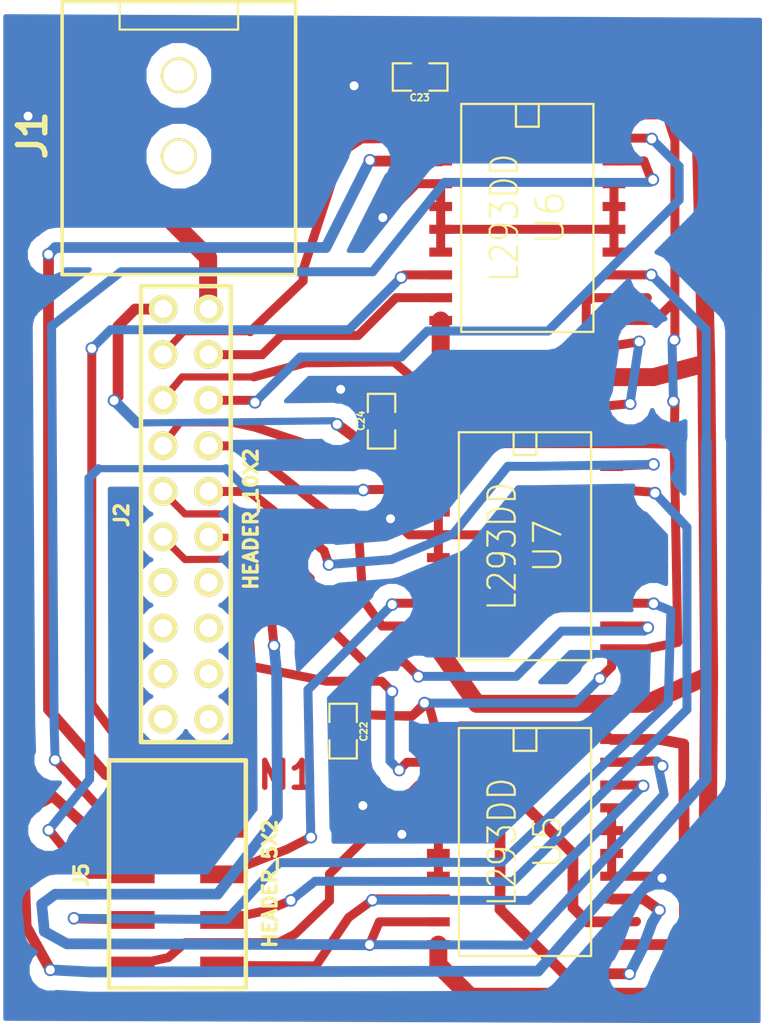
<source format=kicad_pcb>
(kicad_pcb (version 3) (host pcbnew "(2013-08-24 BZR 4298)-stable")

  (general
    (links 68)
    (no_connects 0)
    (area 0 0 0 0)
    (thickness 1.6)
    (drawings 2)
    (tracks 400)
    (zones 0)
    (modules 9)
    (nets 24)
  )

  (page A)
  (layers
    (15 F.Cu signal)
    (0 B.Cu signal)
    (16 B.Adhes user)
    (17 F.Adhes user)
    (18 B.Paste user)
    (19 F.Paste user)
    (20 B.SilkS user)
    (21 F.SilkS user)
    (22 B.Mask user)
    (23 F.Mask user)
    (24 Dwgs.User user)
    (25 Cmts.User user)
    (26 Eco1.User user)
    (27 Eco2.User user)
    (28 Edge.Cuts user)
  )

  (setup
    (last_trace_width 0.4)
    (user_trace_width 0.25)
    (user_trace_width 0.25)
    (user_trace_width 0.3)
    (user_trace_width 0.4)
    (user_trace_width 0.5)
    (user_trace_width 0.6)
    (user_trace_width 0.7)
    (user_trace_width 0.8)
    (user_trace_width 0.9)
    (user_trace_width 1)
    (user_trace_width 1.1)
    (user_trace_width 1.2)
    (trace_clearance 0.2)
    (zone_clearance 0.8)
    (zone_45_only no)
    (trace_min 0.2)
    (segment_width 0.2)
    (edge_width 0.1)
    (via_size 0.7)
    (via_drill 0.5)
    (via_min_size 0.7)
    (via_min_drill 0.5)
    (uvia_size 0.5)
    (uvia_drill 0.127)
    (uvias_allowed no)
    (uvia_min_size 0.5)
    (uvia_min_drill 0.127)
    (pcb_text_width 0.3)
    (pcb_text_size 1.5 1.5)
    (mod_edge_width 0.15)
    (mod_text_size 1 1)
    (mod_text_width 0.15)
    (pad_size 1.8 1.8)
    (pad_drill 1)
    (pad_to_mask_clearance 0)
    (aux_axis_origin 0 0)
    (visible_elements 7FFFFFFF)
    (pcbplotparams
      (layerselection 3178497)
      (usegerberextensions true)
      (excludeedgelayer true)
      (linewidth 0.150000)
      (plotframeref false)
      (viasonmask false)
      (mode 1)
      (useauxorigin false)
      (hpglpennumber 1)
      (hpglpenspeed 20)
      (hpglpendiameter 15)
      (hpglpenoverlay 2)
      (psnegative false)
      (psa4output false)
      (plotreference true)
      (plotvalue true)
      (plotothertext true)
      (plotinvisibletext false)
      (padsonsilk false)
      (subtractmaskfromsilk false)
      (outputformat 1)
      (mirror false)
      (drillshape 0)
      (scaleselection 1)
      (outputdirectory ""))
  )

  (net 0 "")
  (net 1 +5v)
  (net 2 GND)
  (net 3 ICSPCLK_M1-)
  (net 4 ICSPDAT_M1+)
  (net 5 M2+)
  (net 6 M2-)
  (net 7 M3+)
  (net 8 M3-)
  (net 9 M4+)
  (net 10 M4-)
  (net 11 M5+)
  (net 12 M5-)
  (net 13 Motor1+)
  (net 14 Motor1-)
  (net 15 Motor2+)
  (net 16 Motor2-)
  (net 17 Motor3+)
  (net 18 Motor3-)
  (net 19 Motor4+)
  (net 20 Motor4-)
  (net 21 Motor5+)
  (net 22 Motor5-)
  (net 23 Vin)

  (net_class Default "This is the default net class."
    (clearance 0.2)
    (trace_width 0.2)
    (via_dia 0.7)
    (via_drill 0.5)
    (uvia_dia 0.5)
    (uvia_drill 0.127)
    (add_net "")
    (add_net +5v)
    (add_net GND)
    (add_net ICSPCLK_M1-)
    (add_net ICSPDAT_M1+)
    (add_net M2+)
    (add_net M2-)
    (add_net M3+)
    (add_net M3-)
    (add_net M4+)
    (add_net M4-)
    (add_net M5+)
    (add_net M5-)
    (add_net Motor1+)
    (add_net Motor1-)
    (add_net Motor2+)
    (add_net Motor2-)
    (add_net Motor3+)
    (add_net Motor3-)
    (add_net Motor4+)
    (add_net Motor4-)
    (add_net Motor5+)
    (add_net Motor5-)
    (add_net Vin)
  )

  (module SO20 (layer F.Cu) (tedit 5243B514) (tstamp 525049A2)
    (at 164.59 89.79 270)
    (descr "Cms SOJ 20 pins large")
    (tags "CMS SOJ")
    (path /524270C9)
    (attr smd)
    (fp_text reference U7 (at 0 -1.27 270) (layer F.SilkS)
      (effects (font (thickness 0.127)))
    )
    (fp_text value L293DD (at 0 1.27 270) (layer F.SilkS)
      (effects (font (size 1.524 1.27) (thickness 0.127)))
    )
    (fp_line (start 6.35 3.683) (end 6.35 -3.683) (layer F.SilkS) (width 0.127))
    (fp_line (start -6.35 -3.683) (end -6.35 3.683) (layer F.SilkS) (width 0.127))
    (fp_line (start 6.35 3.683) (end -6.35 3.683) (layer F.SilkS) (width 0.127))
    (fp_line (start -6.35 -3.683) (end 6.35 -3.683) (layer F.SilkS) (width 0.127))
    (fp_line (start -6.35 -0.635) (end -5.08 -0.635) (layer F.SilkS) (width 0.127))
    (fp_line (start -5.08 -0.635) (end -5.08 0.635) (layer F.SilkS) (width 0.127))
    (fp_line (start -5.08 0.635) (end -6.35 0.635) (layer F.SilkS) (width 0.127))
    (pad 11 smd rect (at 5.715 -4.826 270) (size 0.508 1.27)
      (layers F.Cu F.Paste F.Mask)
      (net 1 +5v)
    )
    (pad 12 smd rect (at 4.445 -4.826 270) (size 0.508 1.27)
      (layers F.Cu F.Paste F.Mask)
      (net 9 M4+)
    )
    (pad 13 smd rect (at 3.175 -4.826 270) (size 0.508 1.27)
      (layers F.Cu F.Paste F.Mask)
      (net 19 Motor4+)
    )
    (pad 14 smd rect (at 1.905 -4.826 270) (size 0.508 1.27)
      (layers F.Cu F.Paste F.Mask)
      (net 2 GND)
    )
    (pad 15 smd rect (at 0.635 -4.826 270) (size 0.508 1.27)
      (layers F.Cu F.Paste F.Mask)
      (net 2 GND)
    )
    (pad 16 smd rect (at -0.635 -4.826 270) (size 0.508 1.27)
      (layers F.Cu F.Paste F.Mask)
      (net 2 GND)
    )
    (pad 17 smd rect (at -1.905 -4.826 270) (size 0.508 1.27)
      (layers F.Cu F.Paste F.Mask)
      (net 2 GND)
    )
    (pad 18 smd rect (at -3.175 -4.826 270) (size 0.508 1.27)
      (layers F.Cu F.Paste F.Mask)
      (net 20 Motor4-)
    )
    (pad 19 smd rect (at -4.445 -4.826 270) (size 0.508 1.27)
      (layers F.Cu F.Paste F.Mask)
      (net 10 M4-)
    )
    (pad 20 smd rect (at -5.715 -4.826 270) (size 0.508 1.27)
      (layers F.Cu F.Paste F.Mask)
      (net 1 +5v)
    )
    (pad 1 smd rect (at -5.715 4.826 270) (size 0.508 1.27)
      (layers F.Cu F.Paste F.Mask)
      (net 1 +5v)
    )
    (pad 2 smd rect (at -4.445 4.826 270) (size 0.508 1.27)
      (layers F.Cu F.Paste F.Mask)
      (net 7 M3+)
    )
    (pad 3 smd rect (at -3.175 4.826 270) (size 0.508 1.27)
      (layers F.Cu F.Paste F.Mask)
      (net 17 Motor3+)
    )
    (pad 4 smd rect (at -1.905 4.826 270) (size 0.508 1.27)
      (layers F.Cu F.Paste F.Mask)
      (net 2 GND)
    )
    (pad 5 smd rect (at -0.635 4.826 270) (size 0.508 1.27)
      (layers F.Cu F.Paste F.Mask)
      (net 2 GND)
    )
    (pad 6 smd rect (at 0.635 4.826 270) (size 0.508 1.27)
      (layers F.Cu F.Paste F.Mask)
      (net 2 GND)
    )
    (pad 7 smd rect (at 1.905 4.826 270) (size 0.508 1.27)
      (layers F.Cu F.Paste F.Mask)
      (net 2 GND)
    )
    (pad 8 smd rect (at 3.175 4.826 270) (size 0.508 1.27)
      (layers F.Cu F.Paste F.Mask)
      (net 18 Motor3-)
    )
    (pad 9 smd rect (at 4.445 4.826 270) (size 0.508 1.27)
      (layers F.Cu F.Paste F.Mask)
      (net 8 M3-)
    )
    (pad 10 smd rect (at 5.715 4.826 270) (size 0.508 1.27)
      (layers F.Cu F.Paste F.Mask)
      (net 23 Vin)
    )
    (model smd/cms_so20.wrl
      (at (xyz 0 0 0))
      (scale (xyz 0.5 0.6 0.5))
      (rotate (xyz 0 0 0))
    )
  )

  (module SO20 (layer F.Cu) (tedit 5243B514) (tstamp 52504983)
    (at 164.72 71.5 270)
    (descr "Cms SOJ 20 pins large")
    (tags "CMS SOJ")
    (path /524270B5)
    (attr smd)
    (fp_text reference U6 (at 0 -1.27 270) (layer F.SilkS)
      (effects (font (thickness 0.127)))
    )
    (fp_text value L293DD (at 0 1.27 270) (layer F.SilkS)
      (effects (font (size 1.524 1.27) (thickness 0.127)))
    )
    (fp_line (start 6.35 3.683) (end 6.35 -3.683) (layer F.SilkS) (width 0.127))
    (fp_line (start -6.35 -3.683) (end -6.35 3.683) (layer F.SilkS) (width 0.127))
    (fp_line (start 6.35 3.683) (end -6.35 3.683) (layer F.SilkS) (width 0.127))
    (fp_line (start -6.35 -3.683) (end 6.35 -3.683) (layer F.SilkS) (width 0.127))
    (fp_line (start -6.35 -0.635) (end -5.08 -0.635) (layer F.SilkS) (width 0.127))
    (fp_line (start -5.08 -0.635) (end -5.08 0.635) (layer F.SilkS) (width 0.127))
    (fp_line (start -5.08 0.635) (end -6.35 0.635) (layer F.SilkS) (width 0.127))
    (pad 11 smd rect (at 5.715 -4.826 270) (size 0.508 1.27)
      (layers F.Cu F.Paste F.Mask)
      (net 1 +5v)
    )
    (pad 12 smd rect (at 4.445 -4.826 270) (size 0.508 1.27)
      (layers F.Cu F.Paste F.Mask)
      (net 5 M2+)
    )
    (pad 13 smd rect (at 3.175 -4.826 270) (size 0.508 1.27)
      (layers F.Cu F.Paste F.Mask)
      (net 15 Motor2+)
    )
    (pad 14 smd rect (at 1.905 -4.826 270) (size 0.508 1.27)
      (layers F.Cu F.Paste F.Mask)
      (net 2 GND)
    )
    (pad 15 smd rect (at 0.635 -4.826 270) (size 0.508 1.27)
      (layers F.Cu F.Paste F.Mask)
      (net 2 GND)
    )
    (pad 16 smd rect (at -0.635 -4.826 270) (size 0.508 1.27)
      (layers F.Cu F.Paste F.Mask)
      (net 2 GND)
    )
    (pad 17 smd rect (at -1.905 -4.826 270) (size 0.508 1.27)
      (layers F.Cu F.Paste F.Mask)
      (net 2 GND)
    )
    (pad 18 smd rect (at -3.175 -4.826 270) (size 0.508 1.27)
      (layers F.Cu F.Paste F.Mask)
      (net 16 Motor2-)
    )
    (pad 19 smd rect (at -4.445 -4.826 270) (size 0.508 1.27)
      (layers F.Cu F.Paste F.Mask)
      (net 6 M2-)
    )
    (pad 20 smd rect (at -5.715 -4.826 270) (size 0.508 1.27)
      (layers F.Cu F.Paste F.Mask)
      (net 1 +5v)
    )
    (pad 1 smd rect (at -5.715 4.826 270) (size 0.508 1.27)
      (layers F.Cu F.Paste F.Mask)
      (net 1 +5v)
    )
    (pad 2 smd rect (at -4.445 4.826 270) (size 0.508 1.27)
      (layers F.Cu F.Paste F.Mask)
      (net 4 ICSPDAT_M1+)
    )
    (pad 3 smd rect (at -3.175 4.826 270) (size 0.508 1.27)
      (layers F.Cu F.Paste F.Mask)
      (net 13 Motor1+)
    )
    (pad 4 smd rect (at -1.905 4.826 270) (size 0.508 1.27)
      (layers F.Cu F.Paste F.Mask)
      (net 2 GND)
    )
    (pad 5 smd rect (at -0.635 4.826 270) (size 0.508 1.27)
      (layers F.Cu F.Paste F.Mask)
      (net 2 GND)
    )
    (pad 6 smd rect (at 0.635 4.826 270) (size 0.508 1.27)
      (layers F.Cu F.Paste F.Mask)
      (net 2 GND)
    )
    (pad 7 smd rect (at 1.905 4.826 270) (size 0.508 1.27)
      (layers F.Cu F.Paste F.Mask)
      (net 2 GND)
    )
    (pad 8 smd rect (at 3.175 4.826 270) (size 0.508 1.27)
      (layers F.Cu F.Paste F.Mask)
      (net 14 Motor1-)
    )
    (pad 9 smd rect (at 4.445 4.826 270) (size 0.508 1.27)
      (layers F.Cu F.Paste F.Mask)
      (net 3 ICSPCLK_M1-)
    )
    (pad 10 smd rect (at 5.715 4.826 270) (size 0.508 1.27)
      (layers F.Cu F.Paste F.Mask)
      (net 23 Vin)
    )
    (model smd/cms_so20.wrl
      (at (xyz 0 0 0))
      (scale (xyz 0.5 0.6 0.5))
      (rotate (xyz 0 0 0))
    )
  )

  (module SO20 (layer F.Cu) (tedit 5243B514) (tstamp 52504964)
    (at 164.59 106.27 270)
    (descr "Cms SOJ 20 pins large")
    (tags "CMS SOJ")
    (path /524270E7)
    (attr smd)
    (fp_text reference U5 (at 0 -1.27 270) (layer F.SilkS)
      (effects (font (thickness 0.127)))
    )
    (fp_text value L293DD (at 0 1.27 270) (layer F.SilkS)
      (effects (font (size 1.524 1.27) (thickness 0.127)))
    )
    (fp_line (start 6.35 3.683) (end 6.35 -3.683) (layer F.SilkS) (width 0.127))
    (fp_line (start -6.35 -3.683) (end -6.35 3.683) (layer F.SilkS) (width 0.127))
    (fp_line (start 6.35 3.683) (end -6.35 3.683) (layer F.SilkS) (width 0.127))
    (fp_line (start -6.35 -3.683) (end 6.35 -3.683) (layer F.SilkS) (width 0.127))
    (fp_line (start -6.35 -0.635) (end -5.08 -0.635) (layer F.SilkS) (width 0.127))
    (fp_line (start -5.08 -0.635) (end -5.08 0.635) (layer F.SilkS) (width 0.127))
    (fp_line (start -5.08 0.635) (end -6.35 0.635) (layer F.SilkS) (width 0.127))
    (pad 11 smd rect (at 5.715 -4.826 270) (size 0.508 1.27)
      (layers F.Cu F.Paste F.Mask)
      (net 1 +5v)
    )
    (pad 12 smd rect (at 4.445 -4.826 270) (size 0.508 1.27)
      (layers F.Cu F.Paste F.Mask)
      (net 11 M5+)
    )
    (pad 13 smd rect (at 3.175 -4.826 270) (size 0.508 1.27)
      (layers F.Cu F.Paste F.Mask)
      (net 21 Motor5+)
    )
    (pad 14 smd rect (at 1.905 -4.826 270) (size 0.508 1.27)
      (layers F.Cu F.Paste F.Mask)
      (net 2 GND)
    )
    (pad 15 smd rect (at 0.635 -4.826 270) (size 0.508 1.27)
      (layers F.Cu F.Paste F.Mask)
      (net 2 GND)
    )
    (pad 16 smd rect (at -0.635 -4.826 270) (size 0.508 1.27)
      (layers F.Cu F.Paste F.Mask)
      (net 2 GND)
    )
    (pad 17 smd rect (at -1.905 -4.826 270) (size 0.508 1.27)
      (layers F.Cu F.Paste F.Mask)
      (net 2 GND)
    )
    (pad 18 smd rect (at -3.175 -4.826 270) (size 0.508 1.27)
      (layers F.Cu F.Paste F.Mask)
      (net 22 Motor5-)
    )
    (pad 19 smd rect (at -4.445 -4.826 270) (size 0.508 1.27)
      (layers F.Cu F.Paste F.Mask)
      (net 12 M5-)
    )
    (pad 20 smd rect (at -5.715 -4.826 270) (size 0.508 1.27)
      (layers F.Cu F.Paste F.Mask)
      (net 1 +5v)
    )
    (pad 1 smd rect (at -5.715 4.826 270) (size 0.508 1.27)
      (layers F.Cu F.Paste F.Mask)
      (net 1 +5v)
    )
    (pad 2 smd rect (at -4.445 4.826 270) (size 0.508 1.27)
      (layers F.Cu F.Paste F.Mask)
      (net 11 M5+)
    )
    (pad 3 smd rect (at -3.175 4.826 270) (size 0.508 1.27)
      (layers F.Cu F.Paste F.Mask)
      (net 21 Motor5+)
    )
    (pad 4 smd rect (at -1.905 4.826 270) (size 0.508 1.27)
      (layers F.Cu F.Paste F.Mask)
      (net 2 GND)
    )
    (pad 5 smd rect (at -0.635 4.826 270) (size 0.508 1.27)
      (layers F.Cu F.Paste F.Mask)
      (net 2 GND)
    )
    (pad 6 smd rect (at 0.635 4.826 270) (size 0.508 1.27)
      (layers F.Cu F.Paste F.Mask)
      (net 2 GND)
    )
    (pad 7 smd rect (at 1.905 4.826 270) (size 0.508 1.27)
      (layers F.Cu F.Paste F.Mask)
      (net 2 GND)
    )
    (pad 8 smd rect (at 3.175 4.826 270) (size 0.508 1.27)
      (layers F.Cu F.Paste F.Mask)
      (net 22 Motor5-)
    )
    (pad 9 smd rect (at 4.445 4.826 270) (size 0.508 1.27)
      (layers F.Cu F.Paste F.Mask)
      (net 12 M5-)
    )
    (pad 10 smd rect (at 5.715 4.826 270) (size 0.508 1.27)
      (layers F.Cu F.Paste F.Mask)
      (net 23 Vin)
    )
    (model smd/cms_so20.wrl
      (at (xyz 0 0 0))
      (scale (xyz 0.5 0.6 0.5))
      (rotate (xyz 0 0 0))
    )
  )

  (module TED_SM0805 (layer F.Cu) (tedit 522E5F71) (tstamp 52504909)
    (at 156.6 82.825 90)
    (path /524CF97B)
    (attr smd)
    (fp_text reference C24 (at 0.0254 -1.14808 90) (layer F.SilkS)
      (effects (font (size 0.381 0.381) (thickness 0.09398)))
    )
    (fp_text value .1uF (at 0.10668 1.19888 90) (layer F.SilkS) hide
      (effects (font (size 0.381 0.381) (thickness 0.09398)))
    )
    (fp_line (start -0.508 0.762) (end -1.524 0.762) (layer F.SilkS) (width 0.127))
    (fp_line (start -1.524 0.762) (end -1.524 -0.762) (layer F.SilkS) (width 0.127))
    (fp_line (start -1.524 -0.762) (end -0.508 -0.762) (layer F.SilkS) (width 0.127))
    (fp_line (start 0.508 -0.762) (end 1.524 -0.762) (layer F.SilkS) (width 0.127))
    (fp_line (start 1.524 -0.762) (end 1.524 0.762) (layer F.SilkS) (width 0.127))
    (fp_line (start 1.524 0.762) (end 0.508 0.762) (layer F.SilkS) (width 0.127))
    (pad 1 smd rect (at -0.9525 0 90) (size 0.889 1.397)
      (layers F.Cu F.Paste F.Mask)
      (net 1 +5v)
    )
    (pad 2 smd rect (at 0.9525 0 90) (size 0.889 1.397)
      (layers F.Cu F.Paste F.Mask)
      (net 2 GND)
    )
    (model smd/chip_cms.wrl
      (at (xyz 0 0 0))
      (scale (xyz 0.1 0.1 0.1))
      (rotate (xyz 0 0 0))
    )
  )

  (module TED_SM0805 (layer F.Cu) (tedit 522E5F71) (tstamp 525048FD)
    (at 158.75 63.65 180)
    (path /524CF7DE)
    (attr smd)
    (fp_text reference C23 (at 0.0254 -1.14808 180) (layer F.SilkS)
      (effects (font (size 0.381 0.381) (thickness 0.09398)))
    )
    (fp_text value .1uF (at 0.10668 1.19888 180) (layer F.SilkS) hide
      (effects (font (size 0.381 0.381) (thickness 0.09398)))
    )
    (fp_line (start -0.508 0.762) (end -1.524 0.762) (layer F.SilkS) (width 0.127))
    (fp_line (start -1.524 0.762) (end -1.524 -0.762) (layer F.SilkS) (width 0.127))
    (fp_line (start -1.524 -0.762) (end -0.508 -0.762) (layer F.SilkS) (width 0.127))
    (fp_line (start 0.508 -0.762) (end 1.524 -0.762) (layer F.SilkS) (width 0.127))
    (fp_line (start 1.524 -0.762) (end 1.524 0.762) (layer F.SilkS) (width 0.127))
    (fp_line (start 1.524 0.762) (end 0.508 0.762) (layer F.SilkS) (width 0.127))
    (pad 1 smd rect (at -0.9525 0 180) (size 0.889 1.397)
      (layers F.Cu F.Paste F.Mask)
      (net 1 +5v)
    )
    (pad 2 smd rect (at 0.9525 0 180) (size 0.889 1.397)
      (layers F.Cu F.Paste F.Mask)
      (net 2 GND)
    )
    (model smd/chip_cms.wrl
      (at (xyz 0 0 0))
      (scale (xyz 0.1 0.1 0.1))
      (rotate (xyz 0 0 0))
    )
  )

  (module TED_SM0805 (layer F.Cu) (tedit 522E5F71) (tstamp 525048F1)
    (at 154.46 100.09 270)
    (path /524CF96D)
    (attr smd)
    (fp_text reference C22 (at 0.0254 -1.14808 270) (layer F.SilkS)
      (effects (font (size 0.381 0.381) (thickness 0.09398)))
    )
    (fp_text value .1uF (at 0.10668 1.19888 270) (layer F.SilkS) hide
      (effects (font (size 0.381 0.381) (thickness 0.09398)))
    )
    (fp_line (start -0.508 0.762) (end -1.524 0.762) (layer F.SilkS) (width 0.127))
    (fp_line (start -1.524 0.762) (end -1.524 -0.762) (layer F.SilkS) (width 0.127))
    (fp_line (start -1.524 -0.762) (end -0.508 -0.762) (layer F.SilkS) (width 0.127))
    (fp_line (start 0.508 -0.762) (end 1.524 -0.762) (layer F.SilkS) (width 0.127))
    (fp_line (start 1.524 -0.762) (end 1.524 0.762) (layer F.SilkS) (width 0.127))
    (fp_line (start 1.524 0.762) (end 0.508 0.762) (layer F.SilkS) (width 0.127))
    (pad 1 smd rect (at -0.9525 0 270) (size 0.889 1.397)
      (layers F.Cu F.Paste F.Mask)
      (net 1 +5v)
    )
    (pad 2 smd rect (at 0.9525 0 270) (size 0.889 1.397)
      (layers F.Cu F.Paste F.Mask)
      (net 2 GND)
    )
    (model smd/chip_cms.wrl
      (at (xyz 0 0 0))
      (scale (xyz 0.1 0.1 0.1))
      (rotate (xyz 0 0 0))
    )
  )

  (module TED_HEADER_5x2_SMT (layer F.Cu) (tedit 52503FCC) (tstamp 52504945)
    (at 145.23 108.07 270)
    (path /52427105)
    (fp_text reference J5 (at 0.05 5.35 270) (layer F.SilkS)
      (effects (font (size 0.762 0.762) (thickness 0.1905)))
    )
    (fp_text value HEADER_5X2 (at 0.525 -5.15 270) (layer F.SilkS)
      (effects (font (size 0.762 0.762) (thickness 0.1905)))
    )
    (fp_line (start 6.35 -3.81) (end -6.35 -3.81) (layer F.SilkS) (width 0.254))
    (fp_line (start 6.35 -3.81) (end 6.35 3.81) (layer F.SilkS) (width 0.254))
    (fp_line (start 6.35 3.81) (end -6.35 3.81) (layer F.SilkS) (width 0.254))
    (fp_line (start -6.35 3.81) (end -6.35 -3.81) (layer F.SilkS) (width 0.254))
    (pad 1 smd rect (at -5.08 2.54 270) (size 0.9906 2.54)
      (layers F.Cu F.Paste F.Mask)
      (net 13 Motor1+)
      (clearance 0.508)
    )
    (pad 2 smd rect (at -2.54 2.54 270) (size 0.9906 2.54)
      (layers F.Cu F.Paste F.Mask)
      (net 15 Motor2+)
      (clearance 0.508)
    )
    (pad 3 smd rect (at 0 2.54 270) (size 0.9906 2.54)
      (layers F.Cu F.Paste F.Mask)
      (net 17 Motor3+)
      (clearance 0.508)
    )
    (pad 4 smd rect (at 2.54 2.54 270) (size 0.9906 2.54)
      (layers F.Cu F.Paste F.Mask)
      (net 19 Motor4+)
      (clearance 0.508)
    )
    (pad 5 smd rect (at 5.08 2.54 270) (size 0.9906 2.54)
      (layers F.Cu F.Paste F.Mask)
      (net 21 Motor5+)
      (clearance 0.508)
    )
    (pad 6 smd rect (at 5.08 -2.54 270) (size 0.9906 2.54)
      (layers F.Cu F.Paste F.Mask)
      (net 22 Motor5-)
      (clearance 0.508)
    )
    (pad 7 smd rect (at 2.54 -2.54 270) (size 0.9906 2.54)
      (layers F.Cu F.Paste F.Mask)
      (net 20 Motor4-)
      (clearance 0.508)
    )
    (pad 8 smd rect (at 0 -2.54 270) (size 0.9906 2.54)
      (layers F.Cu F.Paste F.Mask)
      (net 18 Motor3-)
      (clearance 0.508)
    )
    (pad 9 smd rect (at -2.54 -2.54 270) (size 0.9906 2.54)
      (layers F.Cu F.Paste F.Mask)
      (net 16 Motor2-)
      (clearance 0.508)
    )
    (pad 10 smd rect (at -5.08 -2.54 270) (size 0.9906 2.54)
      (layers F.Cu F.Paste F.Mask)
      (net 14 Motor1-)
      (clearance 0.508)
    )
  )

  (module TED_DC_2.1mm_SMT (layer F.Cu) (tedit 52880F9F) (tstamp 52648F41)
    (at 145.31 67.06 90)
    (path /52503907)
    (fp_text reference J1 (at 0.15748 -8.15848 90) (layer F.SilkS)
      (effects (font (thickness 0.3048)))
    )
    (fp_text value "Motor DC_2.1MM" (at 0.1016 8.49884 90) (layer F.SilkS) hide
      (effects (font (thickness 0.3048)))
    )
    (fp_line (start 7.6 -3.3) (end 6.05 -3.3) (layer F.SilkS) (width 0.127))
    (fp_line (start 6.05 -3.3) (end 6.05 3.3) (layer F.SilkS) (width 0.127))
    (fp_line (start 6.05 3.3) (end 7.575 3.3) (layer F.SilkS) (width 0.127))
    (fp_line (start -7.59968 -6.5024) (end 7.59968 -6.5024) (layer F.SilkS) (width 0.20066))
    (fp_line (start 7.59968 -6.5024) (end 7.59968 6.5024) (layer F.SilkS) (width 0.20066))
    (fp_line (start 7.59968 6.5024) (end -7.59968 6.5024) (layer F.SilkS) (width 0.20066))
    (fp_line (start -7.59968 6.5024) (end -7.59968 -6.5024) (layer F.SilkS) (width 0.20066))
    (pad "" np_thru_hole circle (at -1.00076 0 90) (size 1.99898 1.99898) (drill 1.69926)
      (layers *.Cu *.Mask F.SilkS)
    )
    (pad 1 smd rect (at 3.50012 5.4102 90) (size 1.99898 1.99898)
      (layers F.Cu F.Paste F.Mask)
      (net 23 Vin)
    )
    (pad 1 smd rect (at -2.60096 5.4102 90) (size 1.99898 1.99898)
      (layers F.Cu F.Paste F.Mask)
      (net 23 Vin)
    )
    (pad 2 smd rect (at 3.50012 -5.41528 90) (size 1.99898 1.99898)
      (layers F.Cu F.Paste F.Mask)
      (net 2 GND)
    )
    (pad 3 smd rect (at -2.60096 -5.41528 90) (size 1.99898 1.99898)
      (layers F.Cu F.Paste F.Mask)
    )
    (pad "" np_thru_hole circle (at 3.50012 0 90) (size 1.99898 1.99898) (drill 1.69926)
      (layers *.Cu *.Mask F.SilkS)
    )
  )

  (module TED_HEADER_10x2_BOTTOM_SIDE (layer F.Cu) (tedit 528EF672) (tstamp 5290DF16)
    (at 145.7 88 270)
    (path /5290DDD9)
    (fp_text reference J2 (at 0.05 3.575 270) (layer F.SilkS)
      (effects (font (size 0.762 0.762) (thickness 0.1905)))
    )
    (fp_text value HEADER_10X2 (at 0.275 -3.625 270) (layer F.SilkS)
      (effects (font (size 0.762 0.762) (thickness 0.1905)))
    )
    (fp_line (start 12.7 -2.5) (end 12.7 2.5) (layer F.SilkS) (width 0.254))
    (fp_line (start 12.7 -2.5) (end -12.7 -2.5) (layer F.SilkS) (width 0.254))
    (fp_line (start 12.7 2.5) (end -12.7 2.5) (layer F.SilkS) (width 0.254))
    (fp_line (start -12.7 2.5) (end -12.7 -2.5) (layer F.SilkS) (width 0.254))
    (pad 11 thru_hole circle (at 11.43 -1.27 270) (size 1.6 1.6) (drill 1)
      (layers *.Mask F.Cu F.SilkS)
      (clearance 0.25)
    )
    (pad 10 thru_hole circle (at 11.43 1.27 270) (size 1.6 1.6) (drill 1)
      (layers *.Mask F.Cu F.SilkS)
      (clearance 0.25)
    )
    (pad 14 thru_hole circle (at 3.81 -1.27 270) (size 1.6 1.6) (drill 1)
      (layers *.Mask F.Cu F.SilkS)
      (clearance 0.25)
    )
    (pad 8 thru_hole circle (at 6.35 1.27 270) (size 1.6 1.6) (drill 1)
      (layers *.Mask F.Cu F.SilkS)
      (clearance 0.25)
    )
    (pad 9 thru_hole circle (at 8.89 1.27 270) (size 1.6 1.6) (drill 1)
      (layers *.Mask F.Cu F.SilkS)
      (clearance 0.25)
    )
    (pad 12 thru_hole circle (at 8.89 -1.27 270) (size 1.6 1.6) (drill 1)
      (layers *.Mask F.Cu F.SilkS)
      (clearance 0.25)
    )
    (pad 13 thru_hole circle (at 6.35 -1.27 270) (size 1.6 1.6) (drill 1)
      (layers *.Mask F.Cu F.SilkS)
      (clearance 0.25)
    )
    (pad 15 thru_hole circle (at 1.27 -1.27 270) (size 1.6 1.6) (drill 1)
      (layers *.Mask F.Cu F.SilkS)
      (net 12 M5-)
      (clearance 0.25)
    )
    (pad 7 thru_hole circle (at 3.81 1.27 270) (size 1.6 1.6) (drill 1)
      (layers *.Mask F.Cu F.SilkS)
      (clearance 0.25)
    )
    (pad 6 thru_hole circle (at 1.27 1.27 270) (size 1.6 1.6) (drill 1)
      (layers *.Mask F.Cu F.SilkS)
      (net 11 M5+)
      (clearance 0.25)
    )
    (pad 5 thru_hole circle (at -1.27 1.27 270) (size 1.6 1.6) (drill 1)
      (layers *.Mask F.Cu F.SilkS)
      (net 9 M4+)
      (clearance 0.25)
    )
    (pad 1 thru_hole circle (at -11.43 1.27 270) (size 1.6 1.6) (drill 1)
      (layers *.Mask F.Cu F.SilkS)
      (net 1 +5v)
      (clearance 0.25)
    )
    (pad 2 thru_hole circle (at -8.89 1.27 270) (size 1.6 1.6) (drill 1)
      (layers *.Mask F.Cu F.SilkS)
      (net 4 ICSPDAT_M1+)
      (clearance 0.25)
    )
    (pad 3 thru_hole circle (at -6.35 1.27 270) (size 1.6 1.6) (drill 1)
      (layers *.Mask F.Cu F.SilkS)
      (net 5 M2+)
      (clearance 0.25)
    )
    (pad 4 thru_hole circle (at -3.81 1.27 270) (size 1.6 1.6) (drill 1)
      (layers *.Mask F.Cu F.SilkS)
      (net 7 M3+)
      (clearance 0.25)
    )
    (pad 16 thru_hole circle (at -1.27 -1.27 270) (size 1.6 1.6) (drill 1)
      (layers *.Mask F.Cu F.SilkS)
      (net 10 M4-)
      (clearance 0.25)
    )
    (pad 17 thru_hole circle (at -3.81 -1.27 270) (size 1.6 1.6) (drill 1)
      (layers *.Mask F.Cu F.SilkS)
      (net 8 M3-)
      (clearance 0.25)
    )
    (pad 18 thru_hole circle (at -6.35 -1.27 270) (size 1.6 1.6) (drill 1)
      (layers *.Mask F.Cu F.SilkS)
      (net 6 M2-)
      (clearance 0.25)
    )
    (pad 19 thru_hole circle (at -8.89 -1.27 270) (size 1.6 1.6) (drill 1)
      (layers *.Mask F.Cu F.SilkS)
      (net 3 ICSPCLK_M1-)
    )
    (pad 20 thru_hole circle (at -11.43 -1.27 270) (size 1.6 1.6) (drill 1)
      (layers *.Mask F.Cu F.SilkS)
      (net 2 GND)
    )
  )

  (gr_text 5-36v (at 137.24 61.3) (layer F.Cu)
    (effects (font (size 0.7 0.7) (thickness 0.175)))
  )
  (gr_text M1 (at 151.31 102.54) (layer F.Cu)
    (effects (font (size 1.5 1.5) (thickness 0.3)))
  )

  (segment (start 156.6 83.7775) (end 155.1775 83.7775) (width 0.6) (layer F.Cu) (net 1))
  (segment (start 142.87 76.58) (end 144.4 76.58) (width 0.6) (layer F.Cu) (net 1) (tstamp 528D873E) (status 20))
  (segment (start 141.925 77.525) (end 142.87 76.58) (width 0.6) (layer F.Cu) (net 1) (tstamp 528D873D))
  (segment (start 141.925 81.45) (end 141.925 77.525) (width 0.6) (layer F.Cu) (net 1) (tstamp 528D873C))
  (segment (start 141.7 81.675) (end 141.925 81.45) (width 0.6) (layer F.Cu) (net 1) (tstamp 528D873B))
  (via (at 141.7 81.675) (size 0.7) (layers F.Cu B.Cu) (net 1))
  (segment (start 142.95 82.925) (end 141.7 81.675) (width 0.6) (layer B.Cu) (net 1) (tstamp 528D8736))
  (segment (start 153.925 82.8) (end 142.95 82.925) (width 0.4) (layer B.Cu) (net 1) (tstamp 528D872D))
  (segment (start 154.125 83) (end 153.925 82.8) (width 0.4) (layer B.Cu) (net 1) (tstamp 528D872C))
  (via (at 154.125 83) (size 0.7) (layers F.Cu B.Cu) (net 1))
  (segment (start 155.1775 83.7775) (end 154.125 83) (width 0.6) (layer F.Cu) (net 1) (tstamp 528D8728))
  (segment (start 168.5 99.8) (end 160.98 99.8) (width 0.5) (layer F.Cu) (net 1) (tstamp 52505BC6))
  (segment (start 160.98 99.8) (end 159.764 100.555) (width 0.5) (layer F.Cu) (net 1) (tstamp 52505BC3))
  (segment (start 169.416 95.505) (end 169.416 96.504) (width 0.5) (layer F.Cu) (net 1))
  (segment (start 158.33 99.23) (end 157.35 99.23) (width 0.5) (layer F.Cu) (net 1) (tstamp 525059C6) (status 20))
  (segment (start 157.35 99.23) (end 154.46 99.1375) (width 0.5) (layer F.Cu) (net 1) (tstamp 52505BEE) (status 20))
  (segment (start 158.99 98.53) (end 158.33 99.23) (width 0.5) (layer F.Cu) (net 1) (tstamp 525059C5))
  (via (at 158.99 98.53) (size 0.7) (layers F.Cu B.Cu) (net 1))
  (segment (start 167.39 98.53) (end 158.99 98.53) (width 0.5) (layer B.Cu) (net 1) (tstamp 525059C3))
  (segment (start 168.76 97.16) (end 167.39 98.53) (width 0.5) (layer B.Cu) (net 1) (tstamp 525059C2))
  (via (at 168.76 97.16) (size 0.7) (layers F.Cu B.Cu) (net 1))
  (segment (start 169.416 96.504) (end 168.76 97.16) (width 0.5) (layer F.Cu) (net 1) (tstamp 525059C0))
  (segment (start 172.94 76.12) (end 172.94 78.26) (width 0.5) (layer F.Cu) (net 1))
  (segment (start 172.94 81.8) (end 172.901132 84.114137) (width 0.5) (layer F.Cu) (net 1) (tstamp 525059B0))
  (segment (start 172.86 81.72) (end 172.94 81.8) (width 0.5) (layer F.Cu) (net 1) (tstamp 525059AF))
  (via (at 172.86 81.72) (size 0.7) (layers F.Cu B.Cu) (net 1))
  (segment (start 172.78 78.42) (end 172.86 81.72) (width 0.5) (layer B.Cu) (net 1) (tstamp 525059AD))
  (segment (start 172.9 78.3) (end 172.78 78.42) (width 0.5) (layer B.Cu) (net 1) (tstamp 525059AC))
  (via (at 172.9 78.3) (size 0.7) (layers F.Cu B.Cu) (net 1))
  (segment (start 172.94 78.26) (end 172.9 78.3) (width 0.5) (layer F.Cu) (net 1) (tstamp 525059AA))
  (segment (start 159.894 65.785) (end 169.546 65.785) (width 0.5) (layer F.Cu) (net 1))
  (segment (start 159.7025 63.65) (end 159.74 63.73) (width 0.5) (layer F.Cu) (net 1) (status 10))
  (segment (start 159.74 63.73) (end 159.8665 65.7575) (width 0.5) (layer F.Cu) (net 1) (tstamp 52505352) (status 10))
  (segment (start 159.8665 65.7575) (end 159.894 65.785) (width 0.5) (layer F.Cu) (net 1) (tstamp 525052B9))
  (segment (start 169.546 65.785) (end 172.48 65.75) (width 0.5) (layer F.Cu) (net 1))
  (segment (start 172.48 65.75) (end 172.94 67.17) (width 0.5) (layer F.Cu) (net 1) (tstamp 525052A2))
  (segment (start 172.94 67.17) (end 172.94 76.12) (width 0.5) (layer F.Cu) (net 1) (tstamp 525052A3))
  (segment (start 172.94 76.12) (end 171.845 77.215) (width 0.5) (layer F.Cu) (net 1) (tstamp 525052A4))
  (segment (start 171.845 77.215) (end 169.546 77.215) (width 0.5) (layer F.Cu) (net 1) (tstamp 525052A5))
  (segment (start 169.416 84.075) (end 171.315 84.075) (width 0.5) (layer F.Cu) (net 1))
  (segment (start 171.315 84.075) (end 172.901132 84.114137) (width 0.5) (layer F.Cu) (net 1) (tstamp 5250529D))
  (segment (start 171.385 95.505) (end 169.416 95.505) (width 0.5) (layer F.Cu) (net 1) (tstamp 525052A0))
  (segment (start 172.901132 84.114137) (end 173.1 95.15) (width 0.5) (layer F.Cu) (net 1) (tstamp 5250529E))
  (segment (start 173.1 95.15) (end 171.385 95.505) (width 0.5) (layer F.Cu) (net 1) (tstamp 5250529F))
  (segment (start 159.764 84.075) (end 156.22 84.095) (width 0.5) (layer F.Cu) (net 1) (status 20))
  (segment (start 156.22 84.095) (end 156.62 83.745) (width 0.5) (layer F.Cu) (net 1) (tstamp 525052E2) (status 30))
  (segment (start 156.62 83.745) (end 156.7075 83.8325) (width 0.5) (layer F.Cu) (net 1) (tstamp 52505282) (status 30))
  (segment (start 159.764 84.075) (end 169.416 84.075) (width 0.5) (layer F.Cu) (net 1))
  (segment (start 169.416 100.555) (end 172.085 100.555) (width 0.6) (layer F.Cu) (net 1))
  (segment (start 172.085 100.555) (end 173.43 100.81) (width 0.6) (layer F.Cu) (net 1) (tstamp 52505190))
  (segment (start 173.43 100.81) (end 173.48 111.61) (width 0.6) (layer F.Cu) (net 1) (tstamp 52505191))
  (segment (start 173.48 111.61) (end 172.495 111.985) (width 0.6) (layer F.Cu) (net 1) (tstamp 52505192))
  (segment (start 172.495 111.985) (end 169.416 111.985) (width 0.6) (layer F.Cu) (net 1) (tstamp 52505193))
  (segment (start 169.416 100.555) (end 168.5 99.8) (width 0.5) (layer F.Cu) (net 1))
  (segment (start 159.764 100.555) (end 159.2 98.5) (width 0.5) (layer F.Cu) (net 1))
  (segment (start 159.2 98.5) (end 158.27 99.27) (width 0.5) (layer F.Cu) (net 1) (tstamp 52505127) (status 20))
  (segment (start 158.27 99.27) (end 154.46 99.1375) (width 0.5) (layer F.Cu) (net 1) (tstamp 52505C01) (status 20))
  (segment (start 144.4 76.58) (end 144.4 76.11) (width 0.5) (layer F.Cu) (net 1) (status 30))
  (segment (start 156.6 81.8725) (end 156.4 81.775) (width 0.5) (layer F.Cu) (net 2) (status 30))
  (via (at 154.325 81.05) (size 0.7) (layers F.Cu B.Cu) (net 2))
  (segment (start 156.4 81.775) (end 154.325 81.05) (width 0.5) (layer F.Cu) (net 2) (tstamp 52505A8D) (status 10))
  (segment (start 146.94 76.58) (end 146.94 73.715) (width 1) (layer F.Cu) (net 2) (status 10))
  (segment (start 146.94 73.715) (end 142.275 69.05) (width 1) (layer F.Cu) (net 2) (tstamp 528D8451))
  (segment (start 142.275 69.05) (end 142.275 65.94016) (width 1) (layer F.Cu) (net 2) (tstamp 528D8455))
  (segment (start 142.275 65.94016) (end 139.89472 63.55988) (width 1) (layer F.Cu) (net 2) (tstamp 528D8458))
  (segment (start 140.1598 63.83904) (end 138.90096 63.83904) (width 1) (layer F.Cu) (net 2))
  (segment (start 136.91 65.83) (end 136.85 65.83) (width 1) (layer B.Cu) (net 2) (tstamp 52648FAE))
  (via (at 136.91 65.83) (size 0.7) (layers F.Cu B.Cu) (net 2))
  (segment (start 138.90096 63.83904) (end 136.91 65.83) (width 1) (layer F.Cu) (net 2) (tstamp 52648FA7))
  (segment (start 169.416 108.175) (end 172.115 108.175) (width 0.5) (layer F.Cu) (net 2))
  (via (at 172.22 108.28) (size 0.7) (layers F.Cu B.Cu) (net 2))
  (segment (start 172.115 108.175) (end 172.22 108.28) (width 0.5) (layer F.Cu) (net 2) (tstamp 52505C27))
  (segment (start 159.764 105.635) (end 158.275 105.635) (width 0.5) (layer F.Cu) (net 2))
  (segment (start 155.65 104.24) (end 155.56 104.24) (width 0.5) (layer B.Cu) (net 2) (tstamp 52505AB7))
  (segment (start 157.73 105.84) (end 155.65 104.24) (width 0.5) (layer B.Cu) (net 2) (tstamp 52505AB6))
  (via (at 157.73 105.84) (size 0.7) (layers F.Cu B.Cu) (net 2))
  (segment (start 158.275 105.635) (end 157.73 105.84) (width 0.5) (layer F.Cu) (net 2) (tstamp 52505AB4))
  (segment (start 154.46 101.0425) (end 155.8 104) (width 1) (layer F.Cu) (net 2) (status 10))
  (segment (start 155.8 104) (end 155.56 104.24) (width 1) (layer F.Cu) (net 2) (tstamp 52505AAE))
  (via (at 155.56 104.24) (size 0.7) (layers F.Cu B.Cu) (net 2))
  (segment (start 155.56 104.24) (end 155.52 104.2) (width 1) (layer B.Cu) (net 2) (tstamp 52505AB0))
  (segment (start 159.764 89.155) (end 158.145 89.155) (width 0.5) (layer F.Cu) (net 2))
  (segment (start 157.1 88.26) (end 157.05 88.26) (width 0.5) (layer B.Cu) (net 2) (tstamp 52505A93))
  (via (at 157.1 88.26) (size 0.7) (layers F.Cu B.Cu) (net 2))
  (segment (start 158.145 89.155) (end 157.1 88.26) (width 0.5) (layer F.Cu) (net 2) (tstamp 52505A91))
  (segment (start 159.894 69.595) (end 158.555 69.595) (width 0.5) (layer F.Cu) (net 2))
  (via (at 156.67 71.48) (size 0.7) (layers F.Cu B.Cu) (net 2))
  (segment (start 158.555 69.595) (end 156.67 71.48) (width 0.5) (layer F.Cu) (net 2) (tstamp 52505A88))
  (segment (start 157.7975 63.65) (end 155.85 63.65) (width 1) (layer F.Cu) (net 2))
  (segment (start 155.153583 64.056417) (end 155.153583 64.036417) (width 1) (layer B.Cu) (net 2) (tstamp 52505A63))
  (segment (start 155.07 64.14) (end 155.153583 64.056417) (width 1) (layer B.Cu) (net 2) (tstamp 52505A62))
  (via (at 155.07 64.14) (size 0.7) (layers F.Cu B.Cu) (net 2))
  (segment (start 155.85 63.65) (end 155.07 64.14) (width 1) (layer F.Cu) (net 2) (tstamp 52505A60))
  (segment (start 169.416 89.155) (end 159.764 89.155) (width 0.5) (layer F.Cu) (net 2))
  (segment (start 169.546 72.135) (end 159.894 72.135) (width 0.5) (layer F.Cu) (net 2))
  (segment (start 154.903583 64.216417) (end 157.7975 63.65) (width 1) (layer F.Cu) (net 2) (tstamp 52505154) (status 20))
  (segment (start 169.416 105.635) (end 169.416 104.365) (width 0.5) (layer F.Cu) (net 2))
  (segment (start 169.416 106.905) (end 169.416 105.635) (width 0.5) (layer F.Cu) (net 2))
  (segment (start 169.416 108.175) (end 169.416 106.905) (width 0.5) (layer F.Cu) (net 2))
  (segment (start 159.764 106.905) (end 159.764 108.175) (width 0.5) (layer F.Cu) (net 2))
  (segment (start 159.764 105.635) (end 159.764 106.905) (width 0.5) (layer F.Cu) (net 2))
  (segment (start 159.764 104.365) (end 159.764 105.635) (width 0.5) (layer F.Cu) (net 2))
  (segment (start 169.416 90.425) (end 169.416 91.695) (width 0.5) (layer F.Cu) (net 2))
  (segment (start 169.416 89.155) (end 169.416 90.425) (width 0.5) (layer F.Cu) (net 2))
  (segment (start 169.416 87.885) (end 169.416 89.155) (width 0.5) (layer F.Cu) (net 2))
  (segment (start 159.764 90.425) (end 159.764 91.695) (width 0.5) (layer F.Cu) (net 2))
  (segment (start 159.764 89.155) (end 159.764 90.425) (width 0.5) (layer F.Cu) (net 2))
  (segment (start 159.764 87.885) (end 159.764 89.155) (width 0.5) (layer F.Cu) (net 2))
  (segment (start 169.546 72.135) (end 169.546 73.405) (width 0.5) (layer F.Cu) (net 2))
  (segment (start 169.546 70.865) (end 169.546 72.135) (width 0.5) (layer F.Cu) (net 2))
  (segment (start 169.546 69.595) (end 169.546 70.865) (width 0.5) (layer F.Cu) (net 2))
  (segment (start 159.894 72.135) (end 159.894 73.405) (width 0.5) (layer F.Cu) (net 2))
  (segment (start 159.894 70.865) (end 159.894 72.135) (width 0.5) (layer F.Cu) (net 2))
  (segment (start 159.894 69.595) (end 159.894 70.865) (width 0.5) (layer F.Cu) (net 2))
  (segment (start 159.894 75.945) (end 157.405 75.945) (width 0.5) (layer F.Cu) (net 3))
  (segment (start 149.955 79.12) (end 146.94 79.12) (width 0.5) (layer F.Cu) (net 3) (tstamp 528D832F) (status 20))
  (segment (start 151.025 78.05) (end 149.955 79.12) (width 0.5) (layer F.Cu) (net 3) (tstamp 528D832E))
  (segment (start 155.3 78.05) (end 151.025 78.05) (width 0.5) (layer F.Cu) (net 3) (tstamp 528D832C))
  (segment (start 157.405 75.945) (end 155.3 78.05) (width 0.5) (layer F.Cu) (net 3) (tstamp 528D8328))
  (segment (start 149.28 77.84) (end 145.575 77.84) (width 0.4) (layer F.Cu) (net 4))
  (segment (start 152.23635 75.01365) (end 149.28 77.84) (width 0.5) (layer F.Cu) (net 4) (tstamp 528D833A))
  (segment (start 152.23635 74.379822) (end 152.23635 75.01365) (width 0.5) (layer F.Cu) (net 4))
  (segment (start 145.575 77.84) (end 144.4 79.12) (width 0.4) (layer F.Cu) (net 4) (tstamp 528D8353) (status 20))
  (segment (start 155.49 67.1) (end 159.894 67.055) (width 0.5) (layer F.Cu) (net 4) (tstamp 525052C3))
  (segment (start 154.33 67.87) (end 155.49 67.1) (width 0.5) (layer F.Cu) (net 4) (tstamp 525052C2))
  (segment (start 153.96 69.09) (end 154.33 67.87) (width 0.5) (layer F.Cu) (net 4) (tstamp 525052C1))
  (segment (start 152.22 74.43) (end 152.23635 74.379822) (width 0.5) (layer F.Cu) (net 4) (tstamp 525052BF))
  (segment (start 152.23635 74.379822) (end 153.96 69.09) (width 0.5) (layer F.Cu) (net 4) (tstamp 528D8338))
  (segment (start 149.487703 80.36) (end 145.49 80.36) (width 0.4) (layer F.Cu) (net 5))
  (segment (start 168.28 75.945) (end 168 76.225) (width 0.5) (layer F.Cu) (net 5) (tstamp 528D8201))
  (segment (start 168 76.225) (end 168 78.575) (width 0.5) (layer F.Cu) (net 5) (tstamp 528D8202))
  (segment (start 168 78.575) (end 168.25 78.825) (width 0.5) (layer F.Cu) (net 5) (tstamp 528D8203))
  (segment (start 168.25 78.825) (end 170.95 78.4) (width 0.5) (layer F.Cu) (net 5) (tstamp 528D8204))
  (via (at 170.95 78.4) (size 0.7) (layers F.Cu B.Cu) (net 5))
  (segment (start 170.95 78.4) (end 170.45 81.8) (width 0.5) (layer B.Cu) (net 5) (tstamp 528D8207))
  (segment (start 170.45 81.8) (end 170.45 81.85) (width 0.5) (layer B.Cu) (net 5) (tstamp 528D8208))
  (via (at 170.45 81.85) (size 0.7) (layers F.Cu B.Cu) (net 5))
  (segment (start 170.45 81.85) (end 166.725 82.2) (width 0.5) (layer F.Cu) (net 5) (tstamp 528D8213))
  (segment (start 166.725 82.2) (end 160.4 82.2) (width 0.5) (layer F.Cu) (net 5) (tstamp 528D8214))
  (segment (start 160.4 82.2) (end 157.3 79.525) (width 0.5) (layer F.Cu) (net 5) (tstamp 528D821B))
  (segment (start 157.3 79.525) (end 152.35 79.575) (width 0.5) (layer F.Cu) (net 5) (tstamp 528D821C))
  (segment (start 152.35 79.575) (end 149.487703 80.36) (width 0.5) (layer F.Cu) (net 5) (tstamp 528D87EA))
  (segment (start 169.546 75.945) (end 168.28 75.945) (width 0.5) (layer F.Cu) (net 5))
  (segment (start 145.49 80.36) (end 144.4 81.66) (width 0.4) (layer F.Cu) (net 5) (tstamp 528D822A) (status 20))
  (segment (start 169.546 75.945) (end 171.395 75.945) (width 0.5) (layer F.Cu) (net 5))
  (segment (start 171.395 75.945) (end 171.4 75.95) (width 0.5) (layer F.Cu) (net 5) (tstamp 526F41E9))
  (segment (start 169.546 67.055) (end 171.605 67.055) (width 0.5) (layer F.Cu) (net 6))
  (segment (start 149.435 81.66) (end 146.94 81.66) (width 0.5) (layer F.Cu) (net 6) (tstamp 528D827F) (status 20))
  (segment (start 149.55 81.775) (end 149.435 81.66) (width 0.5) (layer F.Cu) (net 6) (tstamp 528D827E))
  (via (at 149.55 81.775) (size 0.7) (layers F.Cu B.Cu) (net 6))
  (segment (start 152.075 79.25) (end 149.55 81.775) (width 0.5) (layer B.Cu) (net 6) (tstamp 528D8279))
  (segment (start 157.7 79.25) (end 152.075 79.25) (width 0.5) (layer B.Cu) (net 6) (tstamp 528D8263))
  (segment (start 159.15 77.8) (end 157.7 79.25) (width 0.5) (layer B.Cu) (net 6) (tstamp 528D8262))
  (segment (start 165.875 77.8) (end 159.15 77.8) (width 0.5) (layer B.Cu) (net 6) (tstamp 528D825B))
  (segment (start 173.175 70.5) (end 165.875 77.8) (width 0.5) (layer B.Cu) (net 6) (tstamp 528D8257))
  (segment (start 173.175 68.625) (end 173.175 70.5) (width 0.5) (layer B.Cu) (net 6) (tstamp 528D8256))
  (segment (start 171.65 67.1) (end 173.175 68.625) (width 0.5) (layer B.Cu) (net 6) (tstamp 528D8255))
  (via (at 171.65 67.1) (size 0.7) (layers F.Cu B.Cu) (net 6))
  (segment (start 171.605 67.055) (end 171.65 67.1) (width 0.5) (layer F.Cu) (net 6) (tstamp 528D8251))
  (segment (start 148.435 82.915) (end 145.375 82.915) (width 0.4) (layer F.Cu) (net 7))
  (segment (start 145.375 82.915) (end 144.4 84.2) (width 0.4) (layer F.Cu) (net 7) (tstamp 528D7F49) (status 20))
  (segment (start 159.764 85.345) (end 156.215 85.345) (width 0.5) (layer F.Cu) (net 7))
  (segment (start 149.525 83.15) (end 148.435 82.915) (width 0.5) (layer F.Cu) (net 7) (tstamp 525059FA))
  (segment (start 156.215 85.345) (end 149.525 83.15) (width 0.5) (layer F.Cu) (net 7) (tstamp 525059F8))
  (segment (start 159.764 94.235) (end 156.625 94.235) (width 0.5) (layer F.Cu) (net 8))
  (segment (start 148.9 84.2) (end 146.94 84.2) (width 0.5) (layer F.Cu) (net 8) (tstamp 528D7F37) (status 20))
  (segment (start 155.34 89.33) (end 148.9 84.2) (width 0.5) (layer F.Cu) (net 8) (tstamp 528D7F35))
  (segment (start 155.56 92.76) (end 155.34 89.33) (width 0.5) (layer F.Cu) (net 8) (tstamp 528D7F31))
  (segment (start 156.625 94.235) (end 155.56 92.76) (width 0.5) (layer F.Cu) (net 8) (tstamp 528D7F30))
  (segment (start 149.5 88.47) (end 148.91 88.16) (width 0.4) (layer F.Cu) (net 9))
  (segment (start 171.335 94.235) (end 171.43 94.33) (width 0.5) (layer F.Cu) (net 9) (tstamp 528D7EC7))
  (via (at 171.43 94.33) (size 0.7) (layers F.Cu B.Cu) (net 9))
  (segment (start 171.43 94.33) (end 171.24 94.52) (width 0.5) (layer B.Cu) (net 9) (tstamp 528D7ECB))
  (segment (start 171.24 94.52) (end 166.62 94.52) (width 0.5) (layer B.Cu) (net 9) (tstamp 528D7ECC))
  (segment (start 166.62 94.52) (end 164.1 97.04) (width 0.5) (layer B.Cu) (net 9) (tstamp 528D7ECF))
  (segment (start 164.1 97.04) (end 158.65 97.04) (width 0.5) (layer B.Cu) (net 9) (tstamp 528D7EE2))
  (via (at 158.65 97.04) (size 0.7) (layers F.Cu B.Cu) (net 9))
  (segment (start 158.65 97.04) (end 157.85 96.24) (width 0.5) (layer F.Cu) (net 9) (tstamp 528D7EE6))
  (segment (start 157.85 96.24) (end 155.63 96.24) (width 0.5) (layer F.Cu) (net 9) (tstamp 528D7EE7))
  (segment (start 155.63 96.24) (end 152.63 93.24) (width 0.5) (layer F.Cu) (net 9) (tstamp 528D7EE8))
  (segment (start 152.63 93.24) (end 152.63 91.6) (width 0.5) (layer F.Cu) (net 9) (tstamp 528D7EEC))
  (segment (start 152.63 91.6) (end 149.5 88.47) (width 0.5) (layer F.Cu) (net 9) (tstamp 528D7EEE))
  (segment (start 169.416 94.235) (end 171.335 94.235) (width 0.5) (layer F.Cu) (net 9))
  (segment (start 145.65 87.99) (end 144.4 86.74) (width 0.4) (layer F.Cu) (net 9) (tstamp 528D7EFB) (status 20))
  (segment (start 148.22 87.99) (end 145.65 87.99) (width 0.4) (layer F.Cu) (net 9) (tstamp 528D7EF8))
  (segment (start 148.91 88.16) (end 148.22 87.99) (width 0.4) (layer F.Cu) (net 9) (tstamp 528D7EF6))
  (segment (start 165.25 85.34) (end 163.63 85.34) (width 0.5) (layer B.Cu) (net 10))
  (segment (start 165.25 85.34) (end 171.75 85.23) (width 0.5) (layer B.Cu) (net 10) (tstamp 52505ABD))
  (via (at 171.75 85.23) (size 0.7) (layers F.Cu B.Cu) (net 10))
  (segment (start 171.75 85.23) (end 171.745 85.235) (width 0.5) (layer F.Cu) (net 10) (tstamp 52505AC0))
  (segment (start 169.416 85.345) (end 171.745 85.235) (width 0.5) (layer F.Cu) (net 10) (tstamp 52505AC1))
  (segment (start 149.23 86.74) (end 146.94 86.74) (width 0.5) (layer F.Cu) (net 10) (tstamp 528D7E91) (status 20))
  (segment (start 153.67 90.81) (end 153.39 90.03) (width 0.5) (layer F.Cu) (net 10) (tstamp 528D7E90))
  (segment (start 153.39 90.03) (end 149.23 86.74) (width 0.5) (layer F.Cu) (net 10) (tstamp 5290E47E))
  (via (at 153.67 90.81) (size 0.7) (layers F.Cu B.Cu) (net 10))
  (segment (start 160.59993 89.1) (end 157.15 90.53) (width 0.5) (layer B.Cu) (net 10) (tstamp 528D7E88))
  (segment (start 157.15 90.53) (end 153.67 90.81) (width 0.5) (layer B.Cu) (net 10) (tstamp 5290E230))
  (segment (start 163.63 85.34) (end 160.59993 89.1) (width 0.5) (layer B.Cu) (net 10) (tstamp 528D7E85))
  (segment (start 149.35 96.48) (end 149.07 92.3) (width 0.5) (layer F.Cu) (net 11))
  (segment (start 157.58 102.26) (end 157.07 101.75) (width 0.5) (layer B.Cu) (net 11) (tstamp 528D7DCD))
  (segment (start 157.07 101.75) (end 157.07 98) (width 0.5) (layer B.Cu) (net 11) (tstamp 528D7DCE))
  (segment (start 157.07 98) (end 157.18 97.89) (width 0.5) (layer B.Cu) (net 11) (tstamp 528D7DCF))
  (via (at 157.18 97.89) (size 0.7) (layers F.Cu B.Cu) (net 11))
  (segment (start 157.18 97.89) (end 156.6 97.31) (width 0.5) (layer F.Cu) (net 11) (tstamp 528D7DD8))
  (segment (start 156.6 97.31) (end 153.52 97.31) (width 0.5) (layer F.Cu) (net 11) (tstamp 528D7DD9))
  (segment (start 153.52 97.31) (end 149.35 96.48) (width 0.5) (layer F.Cu) (net 11) (tstamp 528D7DDE))
  (segment (start 159.764 101.825) (end 158.015 101.825) (width 0.5) (layer F.Cu) (net 11))
  (segment (start 158.015 101.825) (end 157.58 102.26) (width 0.5) (layer F.Cu) (net 11) (tstamp 52505B37))
  (via (at 157.58 102.26) (size 0.7) (layers F.Cu B.Cu) (net 11))
  (segment (start 145.65 90.53) (end 144.4 89.28) (width 0.4) (layer F.Cu) (net 11) (tstamp 528D7DFD) (status 20))
  (segment (start 148.5 90.51) (end 145.65 90.53) (width 0.4) (layer F.Cu) (net 11) (tstamp 528D7DFB))
  (segment (start 149.07 92.3) (end 148.5 90.51) (width 0.4) (layer F.Cu) (net 11) (tstamp 528D7DF9))
  (segment (start 169.416 110.715) (end 170.775 110.715) (width 0.5) (layer F.Cu) (net 11))
  (segment (start 170.775 110.715) (end 170.8 110.69) (width 0.5) (layer F.Cu) (net 11) (tstamp 526FC642))
  (segment (start 159.764 101.825) (end 162.175 101.825) (width 0.6) (layer F.Cu) (net 11))
  (segment (start 162.175 101.825) (end 167.26 106.91) (width 0.6) (layer F.Cu) (net 11) (tstamp 52505195))
  (segment (start 167.26 106.91) (end 167.26 109.92) (width 0.6) (layer F.Cu) (net 11) (tstamp 52505196))
  (segment (start 167.26 109.92) (end 168.055 110.715) (width 0.6) (layer F.Cu) (net 11) (tstamp 52505198))
  (segment (start 168.055 110.715) (end 169.416 110.715) (width 0.6) (layer F.Cu) (net 11) (tstamp 52505199))
  (segment (start 150.61 95.33) (end 150.27 91.9) (width 0.5) (layer F.Cu) (net 12))
  (segment (start 150.27 91.9) (end 149.87 90.75) (width 0.5) (layer F.Cu) (net 12) (tstamp 5290E1A6))
  (via (at 150.61 95.33) (size 0.7) (layers F.Cu B.Cu) (net 12))
  (segment (start 150.76 96.92) (end 150.61 95.33) (width 0.6) (layer B.Cu) (net 12) (tstamp 52505B55))
  (segment (start 137.67 109.73) (end 138.42 109.18) (width 0.6) (layer B.Cu) (net 12) (tstamp 52505B54))
  (segment (start 138.42 109.18) (end 147.47 109.17) (width 0.6) (layer B.Cu) (net 12) (tstamp 52505B64))
  (segment (start 147.47 109.17) (end 150.8 104.85) (width 0.6) (layer B.Cu) (net 12) (tstamp 5290E18F))
  (segment (start 150.8 104.85) (end 150.76 96.92) (width 0.6) (layer B.Cu) (net 12) (tstamp 52505B67))
  (segment (start 137.82 111.25) (end 137.67 109.73) (width 0.6) (layer B.Cu) (net 12) (tstamp 52505B53))
  (segment (start 139.07 111.94) (end 137.82 111.25) (width 0.6) (layer B.Cu) (net 12) (tstamp 52505B52))
  (segment (start 155.93 111.99) (end 139.07 111.94) (width 0.6) (layer B.Cu) (net 12))
  (segment (start 148.57 89.3) (end 146.94 89.28) (width 0.4) (layer F.Cu) (net 12) (tstamp 528D7D56) (status 20))
  (segment (start 149.87 90.75) (end 148.57 89.3) (width 0.4) (layer F.Cu) (net 12) (tstamp 528D7D55))
  (segment (start 159.764 110.715) (end 156.475 110.715) (width 0.5) (layer F.Cu) (net 12))
  (segment (start 171.945 101.755) (end 172.23 102.04) (width 0.5) (layer F.Cu) (net 12) (tstamp 525051C4))
  (via (at 172.23 102.04) (size 0.7) (layers F.Cu B.Cu) (net 12))
  (segment (start 172.23 102.04) (end 171.96 101.77) (width 0.5) (layer B.Cu) (net 12) (tstamp 525051C6))
  (segment (start 171.96 101.77) (end 172.34 103.61) (width 0.5) (layer B.Cu) (net 12) (tstamp 525051C7))
  (segment (start 172.34 103.61) (end 164.63 112.01) (width 0.5) (layer B.Cu) (net 12) (tstamp 525051C8))
  (segment (start 164.63 112.01) (end 155.93 111.99) (width 0.5) (layer B.Cu) (net 12) (tstamp 525051CA))
  (via (at 155.93 111.99) (size 0.7) (layers F.Cu B.Cu) (net 12))
  (segment (start 171.945 101.755) (end 169.416 101.825) (width 0.5) (layer F.Cu) (net 12))
  (segment (start 156.475 110.715) (end 155.93 111.99) (width 0.5) (layer F.Cu) (net 12) (tstamp 52505272))
  (segment (start 142.69 102.99) (end 141.225 102.5) (width 0.6) (layer F.Cu) (net 13) (status 10))
  (segment (start 141.225 102.5) (end 138.05 98.88) (width 0.6) (layer F.Cu) (net 13) (tstamp 52505332))
  (segment (start 138.05 98.88) (end 138.05 73.53) (width 0.6) (layer F.Cu) (net 13) (tstamp 52505333))
  (via (at 138.05 73.53) (size 0.7) (layers F.Cu B.Cu) (net 13))
  (segment (start 138.05 73.53) (end 138.43 73.15) (width 0.6) (layer B.Cu) (net 13) (tstamp 52505336))
  (segment (start 138.43 73.15) (end 153.5 73.15) (width 0.6) (layer B.Cu) (net 13) (tstamp 52505337))
  (segment (start 153.5 73.15) (end 155.95 68.29) (width 0.6) (layer B.Cu) (net 13) (tstamp 52505338))
  (via (at 155.95 68.29) (size 0.7) (layers F.Cu B.Cu) (net 13))
  (segment (start 155.95 68.29) (end 155.995 68.335) (width 0.6) (layer F.Cu) (net 13) (tstamp 5250533B))
  (segment (start 155.995 68.335) (end 159.894 68.325) (width 0.6) (layer F.Cu) (net 13) (tstamp 5250533C))
  (segment (start 147.77 102.99) (end 147.15 102.99) (width 0.5) (layer F.Cu) (net 14) (status 30))
  (segment (start 147.15 102.99) (end 145.19 101.21) (width 0.5) (layer F.Cu) (net 14) (tstamp 52505A6E) (status 10))
  (segment (start 145.19 101.21) (end 142.395 101.2) (width 0.5) (layer F.Cu) (net 14) (tstamp 52505A6F) (status 10))
  (segment (start 142.395 101.2) (end 140.46 98.59) (width 0.5) (layer F.Cu) (net 14) (tstamp 52505A71))
  (segment (start 140.46 98.59) (end 140.46 78.77) (width 0.5) (layer F.Cu) (net 14) (tstamp 52505A72))
  (via (at 140.46 78.77) (size 0.7) (layers F.Cu B.Cu) (net 14))
  (segment (start 140.46 78.77) (end 141.5 77.73) (width 0.5) (layer B.Cu) (net 14) (tstamp 52505A74))
  (segment (start 141.5 77.73) (end 154.78 77.73) (width 0.5) (layer B.Cu) (net 14) (tstamp 52505A75))
  (segment (start 154.78 77.73) (end 157.69 74.82) (width 0.5) (layer B.Cu) (net 14) (tstamp 52505A76))
  (via (at 157.69 74.82) (size 0.7) (layers F.Cu B.Cu) (net 14))
  (segment (start 157.69 74.82) (end 157.835 74.675) (width 0.5) (layer F.Cu) (net 14) (tstamp 52505A79))
  (segment (start 157.835 74.675) (end 159.894 74.675) (width 0.5) (layer F.Cu) (net 14) (tstamp 52505A7A))
  (segment (start 174.68 102.76) (end 174.689918 84.124078) (width 0.6) (layer B.Cu) (net 15) (tstamp 52505306))
  (segment (start 140.58 105.61) (end 142.69 105.53) (width 0.6) (layer F.Cu) (net 15) (status 20))
  (segment (start 136.57 104.655) (end 136.58 104.39) (width 0.6) (layer F.Cu) (net 15) (tstamp 526DCF92))
  (segment (start 138.28 103.71) (end 136.57 104.655) (width 0.6) (layer F.Cu) (net 15) (tstamp 526DCFCE))
  (segment (start 140.58 105.61) (end 140.17 105.42) (width 0.6) (layer F.Cu) (net 15) (tstamp 525052FD))
  (segment (start 140.17 105.42) (end 138.28 103.71) (width 0.6) (layer F.Cu) (net 15) (tstamp 5290E08F))
  (segment (start 136.58 104.39) (end 136.805142 110.972832) (width 0.6) (layer F.Cu) (net 15) (tstamp 525052FE))
  (segment (start 136.805142 110.972832) (end 138.15 113.39) (width 0.6) (layer F.Cu) (net 15) (tstamp 52505300))
  (via (at 138.15 113.39) (size 0.7) (layers F.Cu B.Cu) (net 15))
  (segment (start 138.15 113.39) (end 140.41 113.51) (width 0.6) (layer B.Cu) (net 15) (tstamp 52505302))
  (segment (start 140.41 113.51) (end 165.32 113.46) (width 0.6) (layer B.Cu) (net 15) (tstamp 52505303))
  (segment (start 165.32 113.46) (end 174.68 102.76) (width 0.6) (layer B.Cu) (net 15) (tstamp 52505304))
  (via (at 171.625 74.675) (size 0.7) (layers F.Cu B.Cu) (net 15))
  (segment (start 174.689918 77.739918) (end 171.625 74.675) (width 0.5) (layer B.Cu) (net 15) (tstamp 528D85AC))
  (segment (start 174.689918 77.739918) (end 174.689918 84.124995) (width 0.5) (layer B.Cu) (net 15) (tstamp 528D85AD))
  (segment (start 174.689918 84.124078) (end 174.689918 84.124995) (width 0.5) (layer B.Cu) (net 15) (tstamp 528D85B3))
  (segment (start 169.546 74.675) (end 171.625 74.675) (width 0.5) (layer F.Cu) (net 15))
  (segment (start 171.625 74.675) (end 171.63 74.68) (width 0.5) (layer F.Cu) (net 15) (tstamp 526F41E2))
  (segment (start 174.689918 84.124078) (end 174.69 83.97) (width 0.6) (layer B.Cu) (net 15) (tstamp 528D85B4))
  (segment (start 169.546 68.325) (end 171.22 68.325) (width 0.5) (layer F.Cu) (net 16))
  (segment (start 171.565 69.225) (end 171.71 69.37) (width 0.5) (layer F.Cu) (net 16) (tstamp 52505A30))
  (via (at 171.71 69.37) (size 0.7) (layers F.Cu B.Cu) (net 16))
  (segment (start 171.71 69.37) (end 171.56 69.52) (width 0.5) (layer B.Cu) (net 16) (tstamp 52505A33))
  (segment (start 171.56 69.52) (end 160.1 69.52) (width 0.5) (layer B.Cu) (net 16) (tstamp 52505A34))
  (segment (start 160.1 69.52) (end 156.11 74.5) (width 0.5) (layer B.Cu) (net 16) (tstamp 52505A35))
  (segment (start 146.52 105.53) (end 147.77 105.53) (width 0.5) (layer F.Cu) (net 16) (status 30))
  (segment (start 142.09 74.5) (end 156.11 74.5) (width 0.5) (layer B.Cu) (net 16) (tstamp 52505A26))
  (segment (start 138.22 77.53) (end 142.09 74.5) (width 0.5) (layer B.Cu) (net 16) (tstamp 52505A24))
  (segment (start 138.36 99.6) (end 138.22 77.53) (width 0.5) (layer B.Cu) (net 16) (tstamp 52505A23))
  (segment (start 138.42 101.69) (end 138.36 99.6) (width 0.5) (layer B.Cu) (net 16) (tstamp 52505A22))
  (via (at 138.42 101.69) (size 0.7) (layers F.Cu B.Cu) (net 16))
  (segment (start 140.775 104.26) (end 138.42 101.69) (width 0.5) (layer F.Cu) (net 16) (tstamp 52505A20))
  (segment (start 146.005 104.26) (end 140.775 104.26) (width 0.5) (layer F.Cu) (net 16) (tstamp 52505A1F))
  (segment (start 146.52 105.53) (end 146.005 104.26) (width 0.5) (layer F.Cu) (net 16) (tstamp 52505A1E) (status 10))
  (segment (start 171.22 68.325) (end 171.565 69.225) (width 0.5) (layer F.Cu) (net 16) (tstamp 526D9336))
  (segment (start 155.58 86.66) (end 149.1 86.64) (width 0.5) (layer B.Cu) (net 17))
  (segment (start 140.3 86) (end 140.34 102.77) (width 0.5) (layer B.Cu) (net 17) (tstamp 52505B27))
  (segment (start 140.83 85.47) (end 140.3 86) (width 0.5) (layer B.Cu) (net 17) (tstamp 52505B26))
  (segment (start 147.93 85.47) (end 140.83 85.47) (width 0.4) (layer B.Cu) (net 17) (tstamp 52505B25))
  (segment (start 149.1 86.64) (end 148.53 86.07) (width 0.5) (layer B.Cu) (net 17) (tstamp 52505B24))
  (segment (start 148.53 86.07) (end 147.93 85.47) (width 0.5) (layer B.Cu) (net 17) (tstamp 526DA761))
  (segment (start 142.69 108.07) (end 140.36 108.07) (width 0.5) (layer F.Cu) (net 17) (status 10))
  (segment (start 140.36 108.07) (end 138.95 106.66) (width 0.5) (layer F.Cu) (net 17) (tstamp 5290E2DB) (status 10))
  (segment (start 138.95 106.66) (end 138.22 105.76) (width 0.5) (layer F.Cu) (net 17) (tstamp 526F208E))
  (segment (start 155.965 86.635) (end 159.764 86.615) (width 0.5) (layer F.Cu) (net 17) (tstamp 525052D0))
  (segment (start 155.58 86.66) (end 155.965 86.635) (width 0.5) (layer F.Cu) (net 17) (tstamp 525052CF))
  (via (at 155.58 86.66) (size 0.7) (layers F.Cu B.Cu) (net 17))
  (segment (start 138.07 105.61) (end 140.34 102.77) (width 0.5) (layer B.Cu) (net 17) (tstamp 525052C7))
  (via (at 138.07 105.61) (size 0.7) (layers F.Cu B.Cu) (net 17))
  (segment (start 138.22 105.76) (end 138.07 105.61) (width 0.5) (layer F.Cu) (net 17) (tstamp 525052C5))
  (segment (start 147.77 108.07) (end 151.32 106.68) (width 0.5) (layer F.Cu) (net 18) (status 10))
  (segment (start 157.265 92.965) (end 159.764 92.965) (width 0.5) (layer F.Cu) (net 18) (tstamp 5250527E))
  (segment (start 157.19 93.04) (end 157.265 92.965) (width 0.5) (layer F.Cu) (net 18) (tstamp 5250527D))
  (via (at 157.19 93.04) (size 0.7) (layers F.Cu B.Cu) (net 18))
  (segment (start 152.499995 97.789246) (end 157.19 93.04) (width 0.5) (layer B.Cu) (net 18) (tstamp 5250527A))
  (segment (start 152.66 106) (end 152.499995 97.789246) (width 0.5) (layer B.Cu) (net 18) (tstamp 52505279))
  (via (at 152.66 106) (size 0.7) (layers F.Cu B.Cu) (net 18))
  (segment (start 152.66 106) (end 152.66 106) (width 0.5) (layer F.Cu) (net 18) (tstamp 52505276))
  (segment (start 151.32 106.68) (end 152.66 106) (width 0.5) (layer F.Cu) (net 18) (tstamp 52505275))
  (segment (start 142.69 110.61) (end 139.5 110.55) (width 0.5) (layer F.Cu) (net 19) (status 10))
  (segment (start 171.725 92.965) (end 169.416 92.965) (width 0.5) (layer F.Cu) (net 19) (tstamp 525051F2))
  (segment (start 171.75 92.99) (end 171.725 92.965) (width 0.5) (layer F.Cu) (net 19) (tstamp 525051F1))
  (via (at 171.75 92.99) (size 0.7) (layers F.Cu B.Cu) (net 19))
  (segment (start 172.570541 98.500872) (end 172.716559 93.385018) (width 0.5) (layer B.Cu) (net 19) (tstamp 525051EE))
  (segment (start 172.716559 93.385018) (end 171.75 92.99) (width 0.5) (layer B.Cu) (net 19) (tstamp 52505B00))
  (segment (start 163.3 107.4) (end 172.570541 98.500872) (width 0.5) (layer B.Cu) (net 19) (tstamp 525051EC))
  (segment (start 147.98 110.59) (end 150.9 107.42) (width 0.5) (layer B.Cu) (net 19) (tstamp 525051EB))
  (segment (start 150.9 107.42) (end 163.3 107.4) (width 0.5) (layer B.Cu) (net 19) (tstamp 52505B5D))
  (segment (start 139.47 110.52) (end 147.98 110.59) (width 0.5) (layer B.Cu) (net 19) (tstamp 525051EA))
  (via (at 139.47 110.52) (size 0.7) (layers F.Cu B.Cu) (net 19))
  (segment (start 139.5 110.55) (end 139.47 110.52) (width 0.5) (layer F.Cu) (net 19) (tstamp 525051E8))
  (segment (start 169.416 86.615) (end 171.785 86.785) (width 0.5) (layer F.Cu) (net 20))
  (segment (start 171.785 86.785) (end 171.83 86.83) (width 0.5) (layer F.Cu) (net 20) (tstamp 525051FB))
  (via (at 171.83 86.83) (size 0.7) (layers F.Cu B.Cu) (net 20))
  (segment (start 171.83 86.83) (end 173.61 88.73) (width 0.5) (layer B.Cu) (net 20) (tstamp 525051FD))
  (segment (start 173.61 88.73) (end 173.61 98.89) (width 0.5) (layer B.Cu) (net 20) (tstamp 525051FE))
  (segment (start 173.61 98.89) (end 163.92 108.47) (width 0.5) (layer B.Cu) (net 20) (tstamp 525051FF))
  (segment (start 163.92 108.47) (end 152.9 108.451927) (width 0.5) (layer B.Cu) (net 20) (tstamp 52505201))
  (segment (start 152.9 108.451927) (end 151.55 109.525) (width 0.5) (layer B.Cu) (net 20) (tstamp 5290E046))
  (via (at 151.55 109.525) (size 0.7) (layers F.Cu B.Cu) (net 20))
  (segment (start 151.55 109.525) (end 150.209744 110.078835) (width 0.5) (layer F.Cu) (net 20) (tstamp 52505204))
  (segment (start 150.209744 110.078835) (end 147.77 110.61) (width 0.5) (layer F.Cu) (net 20) (tstamp 52505205) (status 20))
  (segment (start 142.69 113.15) (end 144.72 112.705) (width 0.5) (layer F.Cu) (net 21) (status 10))
  (segment (start 158.655 103.095) (end 153.7 108.05) (width 0.5) (layer F.Cu) (net 21) (tstamp 5290DFC7))
  (segment (start 153.7 108.05) (end 153.7 109.55) (width 0.5) (layer F.Cu) (net 21) (tstamp 5290DFC8))
  (segment (start 153.7 109.55) (end 151.78152 111.395533) (width 0.5) (layer F.Cu) (net 21) (tstamp 5290DFC9))
  (segment (start 151.78152 111.395533) (end 150.856222 111.87378) (width 0.5) (layer F.Cu) (net 21) (tstamp 5290DFCC))
  (segment (start 158.655 103.095) (end 159.764 103.095) (width 0.5) (layer F.Cu) (net 21))
  (segment (start 145.67 111.875) (end 150.856222 111.87378) (width 0.5) (layer F.Cu) (net 21) (tstamp 5290E0EE))
  (segment (start 144.72 112.705) (end 145.67 111.875) (width 0.5) (layer F.Cu) (net 21) (tstamp 5290E0EC))
  (segment (start 169.416 109.445) (end 171.195 109.445) (width 0.6) (layer F.Cu) (net 21))
  (segment (start 171.195 109.445) (end 172.08 110.07) (width 0.6) (layer F.Cu) (net 21) (tstamp 52505B45))
  (via (at 172.08 110.07) (size 0.7) (layers F.Cu B.Cu) (net 21))
  (segment (start 172.08 110.07) (end 171.67 110.77) (width 0.6) (layer B.Cu) (net 21) (tstamp 52505B47))
  (segment (start 171.67 110.77) (end 171.17 112.12) (width 0.6) (layer B.Cu) (net 21) (tstamp 52505B48))
  (segment (start 171.17 112.12) (end 170.41 113.61) (width 0.6) (layer B.Cu) (net 21) (tstamp 52505B49))
  (via (at 170.41 113.61) (size 0.7) (layers F.Cu B.Cu) (net 21))
  (segment (start 170.41 113.61) (end 166.78 113.61) (width 0.6) (layer F.Cu) (net 21) (tstamp 52505B4B))
  (segment (start 166.78 113.61) (end 163.2 110.03) (width 0.6) (layer F.Cu) (net 21) (tstamp 52505B4C))
  (segment (start 163.2 110.03) (end 163.2 105.01) (width 0.6) (layer F.Cu) (net 21) (tstamp 52505B4D))
  (segment (start 163.2 105.01) (end 161.285 103.095) (width 0.6) (layer F.Cu) (net 21) (tstamp 52505B4F))
  (segment (start 161.285 103.095) (end 159.764 103.095) (width 0.6) (layer F.Cu) (net 21) (tstamp 52505B50))
  (segment (start 147.77 113.15) (end 152.94 113.17) (width 0.5) (layer F.Cu) (net 22) (status 10))
  (segment (start 154.76 110.48) (end 156.09 109.51) (width 0.5) (layer F.Cu) (net 22) (tstamp 525051E1))
  (segment (start 152.94 113.17) (end 154.76 110.48) (width 0.5) (layer F.Cu) (net 22) (tstamp 525051E0))
  (segment (start 169.416 103.095) (end 171.125 103.095) (width 0.5) (layer F.Cu) (net 22))
  (segment (start 156.165 109.435) (end 159.764 109.445) (width 0.5) (layer F.Cu) (net 22) (tstamp 525051C1))
  (segment (start 156.09 109.51) (end 156.165 109.435) (width 0.5) (layer F.Cu) (net 22) (tstamp 525051C0))
  (via (at 156.09 109.51) (size 0.7) (layers F.Cu B.Cu) (net 22))
  (segment (start 164.79 109.52) (end 156.09 109.51) (width 0.5) (layer B.Cu) (net 22) (tstamp 525051BD))
  (segment (start 171.17 103.14) (end 164.79 109.52) (width 0.5) (layer B.Cu) (net 22) (tstamp 525051BC))
  (via (at 171.17 103.14) (size 0.7) (layers F.Cu B.Cu) (net 22))
  (segment (start 171.125 103.095) (end 171.17 103.14) (width 0.5) (layer F.Cu) (net 22) (tstamp 525051BA))
  (segment (start 159.764 95.505) (end 158.355 95.505) (width 0.5) (layer F.Cu) (net 23))
  (segment (start 158.355 95.505) (end 158.1 95.25) (width 0.5) (layer F.Cu) (net 23) (tstamp 526FC661))
  (segment (start 150.7202 63.55988) (end 150.7202 69.66096) (width 1) (layer F.Cu) (net 23))
  (segment (start 151.52 61.86) (end 150.87 61.86) (width 1) (layer F.Cu) (net 23))
  (segment (start 151.52 61.86) (end 171.39 61.86) (width 1) (layer F.Cu) (net 23) (tstamp 52648F60))
  (segment (start 171.39 61.86) (end 174.33 64.8) (width 1) (layer F.Cu) (net 23) (tstamp 52505172))
  (segment (start 174.69 79.59) (end 174.33 64.8) (width 1) (layer F.Cu) (net 23) (tstamp 52505173))
  (segment (start 150.98528 61.97528) (end 150.98528 63.83904) (width 1) (layer F.Cu) (net 23) (tstamp 52648F9C))
  (segment (start 150.87 61.86) (end 150.98528 61.97528) (width 1) (layer F.Cu) (net 23) (tstamp 52648F93))
  (segment (start 174.845605 96.891299) (end 174.7 114.17) (width 1) (layer F.Cu) (net 23))
  (segment (start 159.764 113.104) (end 159.764 111.985) (width 1) (layer F.Cu) (net 23) (tstamp 52505182))
  (segment (start 161.55 114.89) (end 159.764 113.104) (width 1) (layer F.Cu) (net 23) (tstamp 52505181))
  (segment (start 171.94 114.89) (end 161.55 114.89) (width 1) (layer F.Cu) (net 23) (tstamp 52505180))
  (segment (start 174.7 114.17) (end 171.94 114.89) (width 1) (layer F.Cu) (net 23) (tstamp 5250517F))
  (segment (start 174.69 79.59) (end 174.845605 96.891299) (width 1) (layer F.Cu) (net 23))
  (segment (start 174.845605 96.891299) (end 174.845605 96.981299) (width 1) (layer F.Cu) (net 23) (tstamp 5250517D))
  (segment (start 161.909 98.57) (end 159.764 95.505) (width 1) (layer F.Cu) (net 23) (tstamp 5250517B))
  (segment (start 171.33 98.57) (end 161.909 98.57) (width 1) (layer F.Cu) (net 23) (tstamp 5250517A))
  (segment (start 174.845605 96.981299) (end 171.33 98.57) (width 1) (layer F.Cu) (net 23) (tstamp 52505179))
  (segment (start 159.894 79.704) (end 159.894 77.215) (width 1) (layer F.Cu) (net 23) (tstamp 52505177))
  (segment (start 160.56 80.37) (end 159.894 79.704) (width 1) (layer F.Cu) (net 23) (tstamp 52505176))
  (segment (start 171.75 80.37) (end 160.56 80.37) (width 1) (layer F.Cu) (net 23) (tstamp 52505175))
  (segment (start 174.69 79.59) (end 171.75 80.37) (width 1) (layer F.Cu) (net 23) (tstamp 52505174))

  (zone (net 2) (net_name GND) (layer B.Cu) (tstamp 52505B6C) (hatch edge 0.508)
    (connect_pads (clearance 0.8))
    (min_thickness 0.254)
    (fill (arc_segments 16) (thermal_gap 0.508) (thermal_bridge_width 0.508))
    (polygon
      (pts
        (xy 135.53 60.15) (xy 135.53 116.23) (xy 177.71 116.37) (xy 177.8 60.35)
      )
    )
    (filled_polygon
      (pts
        (xy 177.672797 60.4764) (xy 177.583205 116.242578) (xy 175.917 116.237047) (xy 175.917 83.970653) (xy 175.866918 83.718171)
        (xy 175.866918 77.739923) (xy 175.866918 77.739918) (xy 175.866919 77.739918) (xy 175.777324 77.2895) (xy 175.522183 76.907654)
        (xy 175.522183 76.907653) (xy 175.522179 76.90765) (xy 172.807576 74.193046) (xy 172.708219 73.952583) (xy 172.349307 73.593043)
        (xy 171.923356 73.416173) (xy 174.007265 71.332265) (xy 174.262406 70.950419) (xy 174.262406 70.950418) (xy 174.352 70.5)
        (xy 174.352 68.625005) (xy 174.352 68.625) (xy 174.352001 68.625) (xy 174.262406 68.174582) (xy 174.007265 67.792736)
        (xy 174.007265 67.792735) (xy 174.007261 67.792732) (xy 172.832576 66.618047) (xy 172.733219 66.377583) (xy 172.374307 66.018043)
        (xy 171.905125 65.823222) (xy 171.397103 65.822779) (xy 170.927583 66.016781) (xy 170.568043 66.375693) (xy 170.373222 66.844875)
        (xy 170.372779 67.352897) (xy 170.566781 67.822417) (xy 170.925693 68.181957) (xy 171.083095 68.247316) (xy 170.987583 68.286781)
        (xy 170.931265 68.343) (xy 160.1 68.343) (xy 160.035948 68.35574) (xy 159.970881 68.350103) (xy 159.812496 68.400188)
        (xy 159.649582 68.432594) (xy 159.595279 68.468877) (xy 159.53301 68.488569) (xy 159.405855 68.595446) (xy 159.267735 68.687735)
        (xy 159.23145 68.742038) (xy 159.181458 68.784059) (xy 155.544836 73.323) (xy 154.786881 73.323) (xy 156.88501 69.160996)
        (xy 157.031957 69.014307) (xy 157.226778 68.545125) (xy 157.227221 68.037103) (xy 157.033219 67.567583) (xy 156.674307 67.208043)
        (xy 156.205125 67.013222) (xy 155.697103 67.012779) (xy 155.227583 67.206781) (xy 154.868043 67.565693) (xy 154.673222 68.034875)
        (xy 154.673167 68.097065) (xy 152.744455 71.923) (xy 147.236824 71.923) (xy 147.236824 67.679239) (xy 147.236824 63.178359)
        (xy 146.944151 62.470037) (xy 146.402694 61.927634) (xy 145.694884 61.633725) (xy 144.928479 61.633056) (xy 144.220157 61.925729)
        (xy 143.677754 62.467186) (xy 143.383845 63.174996) (xy 143.383176 63.941401) (xy 143.675849 64.649723) (xy 144.217306 65.192126)
        (xy 144.925116 65.486035) (xy 145.691521 65.486704) (xy 146.399843 65.194031) (xy 146.942246 64.652574) (xy 147.236155 63.944764)
        (xy 147.236824 63.178359) (xy 147.236824 67.679239) (xy 146.944151 66.970917) (xy 146.402694 66.428514) (xy 145.694884 66.134605)
        (xy 144.928479 66.133936) (xy 144.220157 66.426609) (xy 143.677754 66.968066) (xy 143.383845 67.675876) (xy 143.383176 68.442281)
        (xy 143.675849 69.150603) (xy 144.217306 69.693006) (xy 144.925116 69.986915) (xy 145.691521 69.987584) (xy 146.399843 69.694911)
        (xy 146.942246 69.153454) (xy 147.236155 68.445644) (xy 147.236824 67.679239) (xy 147.236824 71.923) (xy 138.43 71.923)
        (xy 137.960447 72.0164) (xy 137.56238 72.28238) (xy 137.447547 72.397212) (xy 137.327583 72.446781) (xy 136.968043 72.805693)
        (xy 136.773222 73.274875) (xy 136.772779 73.782897) (xy 136.966781 74.252417) (xy 137.325693 74.611957) (xy 137.794875 74.806778)
        (xy 138.302897 74.807221) (xy 138.772417 74.613219) (xy 139.009049 74.377) (xy 140.33785 74.377) (xy 137.494411 76.603258)
        (xy 137.445096 76.660609) (xy 137.382472 76.703031) (xy 137.296661 76.833236) (xy 137.194995 76.951473) (xy 137.171381 77.023333)
        (xy 137.129759 77.086489) (xy 137.100308 77.239615) (xy 137.051626 77.387763) (xy 137.057309 77.463189) (xy 137.043024 77.537466)
        (xy 137.183024 99.607466) (xy 137.185718 99.620577) (xy 137.183485 99.633776) (xy 137.229243 101.22771) (xy 137.143222 101.434875)
        (xy 137.142779 101.942897) (xy 137.336781 102.412417) (xy 137.695693 102.771957) (xy 138.164875 102.966778) (xy 138.672897 102.967221)
        (xy 138.676909 102.965563) (xy 137.4692 104.476529) (xy 137.347583 104.526781) (xy 136.988043 104.885693) (xy 136.793222 105.354875)
        (xy 136.792779 105.862897) (xy 136.986781 106.332417) (xy 137.345693 106.691957) (xy 137.814875 106.886778) (xy 138.322897 106.887221)
        (xy 138.792417 106.693219) (xy 139.151957 106.334307) (xy 139.318581 105.933028) (xy 141.259399 103.504871) (xy 141.33613 103.356745)
        (xy 141.428477 103.217823) (xy 141.440926 103.154445) (xy 141.470636 103.097094) (xy 141.484842 102.930882) (xy 141.516997 102.767193)
        (xy 141.478427 86.597) (xy 143.003115 86.597) (xy 143.002752 87.012603) (xy 143.219543 87.537275) (xy 143.620614 87.939047)
        (xy 143.767118 87.99988) (xy 143.622725 88.059543) (xy 143.220953 88.460614) (xy 143.003248 88.984907) (xy 143.002752 89.552603)
        (xy 143.219543 90.077275) (xy 143.620614 90.479047) (xy 143.767118 90.53988) (xy 143.622725 90.599543) (xy 143.220953 91.000614)
        (xy 143.003248 91.524907) (xy 143.002752 92.092603) (xy 143.219543 92.617275) (xy 143.620614 93.019047) (xy 143.767118 93.07988)
        (xy 143.622725 93.139543) (xy 143.220953 93.540614) (xy 143.003248 94.064907) (xy 143.002752 94.632603) (xy 143.219543 95.157275)
        (xy 143.620614 95.559047) (xy 143.767118 95.61988) (xy 143.622725 95.679543) (xy 143.220953 96.080614) (xy 143.003248 96.604907)
        (xy 143.002752 97.172603) (xy 143.219543 97.697275) (xy 143.620614 98.099047) (xy 143.767118 98.15988) (xy 143.622725 98.219543)
        (xy 143.220953 98.620614) (xy 143.003248 99.144907) (xy 143.002752 99.712603) (xy 143.219543 100.237275) (xy 143.620614 100.639047)
        (xy 144.144907 100.856752) (xy 144.712603 100.857248) (xy 145.237275 100.640457) (xy 145.639047 100.239386) (xy 145.69988 100.092881)
        (xy 145.759543 100.237275) (xy 146.160614 100.639047) (xy 146.684907 100.856752) (xy 147.252603 100.857248) (xy 147.777275 100.640457)
        (xy 148.179047 100.239386) (xy 148.396752 99.715093) (xy 148.397248 99.147397) (xy 148.180457 98.622725) (xy 147.779386 98.220953)
        (xy 147.632881 98.160119) (xy 147.777275 98.100457) (xy 148.179047 97.699386) (xy 148.396752 97.175093) (xy 148.397248 96.607397)
        (xy 148.180457 96.082725) (xy 147.779386 95.680953) (xy 147.632881 95.620119) (xy 147.777275 95.560457) (xy 148.179047 95.159386)
        (xy 148.396752 94.635093) (xy 148.397248 94.067397) (xy 148.180457 93.542725) (xy 147.779386 93.140953) (xy 147.632881 93.080119)
        (xy 147.777275 93.020457) (xy 148.179047 92.619386) (xy 148.396752 92.095093) (xy 148.397248 91.527397) (xy 148.180457 91.002725)
        (xy 147.779386 90.600953) (xy 147.632881 90.540119) (xy 147.777275 90.480457) (xy 148.179047 90.079386) (xy 148.396752 89.555093)
        (xy 148.397248 88.987397) (xy 148.180457 88.462725) (xy 147.779386 88.060953) (xy 147.632881 88.000119) (xy 147.777275 87.940457)
        (xy 148.179047 87.539386) (xy 148.224762 87.429291) (xy 148.267736 87.472265) (xy 148.457083 87.598782) (xy 148.646228 87.726011)
        (xy 148.648043 87.726377) (xy 148.649582 87.727406) (xy 148.873196 87.771886) (xy 149.096367 87.816994) (xy 155.080885 87.835464)
        (xy 155.324875 87.936778) (xy 155.832897 87.937221) (xy 156.302417 87.743219) (xy 156.661957 87.384307) (xy 156.856778 86.915125)
        (xy 156.857221 86.407103) (xy 156.663219 85.937583) (xy 156.304307 85.578043) (xy 155.835125 85.383222) (xy 155.327103 85.382779)
        (xy 155.088235 85.481476) (xy 149.589033 85.464504) (xy 149.362265 85.237735) (xy 148.762265 84.637735) (xy 148.396823 84.393554)
        (xy 148.397175 83.990032) (xy 153.253712 83.934718) (xy 153.400693 84.081957) (xy 153.869875 84.276778) (xy 154.377897 84.277221)
        (xy 154.847417 84.083219) (xy 155.206957 83.724307) (xy 155.401778 83.255125) (xy 155.402221 82.747103) (xy 155.208219 82.277583)
        (xy 154.849307 81.918043) (xy 154.380125 81.723222) (xy 154.179261 81.723046) (xy 154.134475 81.714667) (xy 153.925 81.673)
        (xy 153.918589 81.674275) (xy 153.912165 81.673073) (xy 151.286552 81.702977) (xy 152.562529 80.427) (xy 157.7 80.427)
        (xy 158.150418 80.337406) (xy 158.150419 80.337406) (xy 158.532265 80.082265) (xy 159.637529 78.977) (xy 165.875 78.977)
        (xy 166.325418 78.887406) (xy 166.325419 78.887406) (xy 166.707265 78.632265) (xy 170.366448 74.973081) (xy 170.541781 75.397417)
        (xy 170.900693 75.756957) (xy 171.143071 75.8576) (xy 172.407324 77.121853) (xy 172.177583 77.216781) (xy 171.874874 77.518961)
        (xy 171.674307 77.318043) (xy 171.205125 77.123222) (xy 170.697103 77.122779) (xy 170.227583 77.316781) (xy 169.868043 77.675693)
        (xy 169.673222 78.144875) (xy 169.672779 78.652897) (xy 169.709928 78.742804) (xy 169.35482 81.157535) (xy 169.173222 81.594875)
        (xy 169.172779 82.102897) (xy 169.366781 82.572417) (xy 169.725693 82.931957) (xy 170.194875 83.126778) (xy 170.702897 83.127221)
        (xy 171.172417 82.933219) (xy 171.531957 82.574307) (xy 171.681986 82.212996) (xy 171.776781 82.442417) (xy 172.135693 82.801957)
        (xy 172.604875 82.996778) (xy 173.112897 82.997221) (xy 173.512918 82.831935) (xy 173.512918 83.719089) (xy 173.463 83.969347)
        (xy 173.462918 84.123425) (xy 173.461466 86.849901) (xy 173.029359 86.388663) (xy 172.913219 86.107583) (xy 172.796021 85.99018)
        (xy 172.831957 85.954307) (xy 173.026778 85.485125) (xy 173.027221 84.977103) (xy 172.833219 84.507583) (xy 172.474307 84.148043)
        (xy 172.005125 83.953222) (xy 171.497103 83.952779) (xy 171.233817 84.061566) (xy 165.24007 84.163) (xy 163.63 84.163)
        (xy 163.567584 84.175415) (xy 163.504198 84.169742) (xy 163.344107 84.219867) (xy 163.179582 84.252594) (xy 163.126667 84.28795)
        (xy 163.065935 84.306966) (xy 162.937217 84.414536) (xy 162.797735 84.507735) (xy 162.762378 84.56065) (xy 162.713547 84.601459)
        (xy 159.871878 88.127672) (xy 156.870689 89.371669) (xy 154.077328 89.596422) (xy 153.925125 89.533222) (xy 153.417103 89.532779)
        (xy 152.947583 89.726781) (xy 152.588043 90.085693) (xy 152.393222 90.554875) (xy 152.392779 91.062897) (xy 152.586781 91.532417)
        (xy 152.945693 91.891957) (xy 153.414875 92.086778) (xy 153.922897 92.087221) (xy 154.273824 91.94222) (xy 157.244396 91.703209)
        (xy 157.420816 91.653119) (xy 157.600685 91.617296) (xy 161.050615 90.187296) (xy 161.103402 90.152005) (xy 161.163994 90.133034)
        (xy 161.292823 90.02537) (xy 161.432398 89.93206) (xy 161.467659 89.879259) (xy 161.516383 89.838541) (xy 164.193112 86.517)
        (xy 165.25 86.517) (xy 165.259943 86.515022) (xy 165.269916 86.516831) (xy 170.614883 86.426377) (xy 170.553222 86.574875)
        (xy 170.552779 87.082897) (xy 170.746781 87.552417) (xy 171.105693 87.911957) (xy 171.310455 87.996981) (xy 172.433 89.195203)
        (xy 172.433 91.89089) (xy 172.005125 91.713222) (xy 171.497103 91.712779) (xy 171.027583 91.906781) (xy 170.668043 92.265693)
        (xy 170.473222 92.734875) (xy 170.472779 93.242897) (xy 170.51414 93.343) (xy 166.62 93.343) (xy 166.169581 93.432594)
        (xy 165.787735 93.687735) (xy 163.61247 95.863) (xy 159.145417 95.863) (xy 158.905125 95.763222) (xy 158.397103 95.762779)
        (xy 157.927583 95.956781) (xy 157.568043 96.315693) (xy 157.443119 96.616541) (xy 157.435125 96.613222) (xy 156.927103 96.612779)
        (xy 156.457583 96.806781) (xy 156.098043 97.165693) (xy 155.903222 97.634875) (xy 155.902947 97.949992) (xy 155.893 98)
        (xy 155.893 101.75) (xy 155.982594 102.200419) (xy 156.237735 102.582265) (xy 156.397423 102.741953) (xy 156.496781 102.982417)
        (xy 156.855693 103.341957) (xy 157.324875 103.536778) (xy 157.832897 103.537221) (xy 158.302417 103.343219) (xy 158.661957 102.984307)
        (xy 158.856778 102.515125) (xy 158.857221 102.007103) (xy 158.663219 101.537583) (xy 158.304307 101.178043) (xy 158.247 101.154247)
        (xy 158.247 99.593231) (xy 158.265693 99.611957) (xy 158.734875 99.806778) (xy 159.242897 99.807221) (xy 159.485449 99.707)
        (xy 167.39 99.707) (xy 167.840418 99.617406) (xy 167.840419 99.617406) (xy 168.222265 99.362265) (xy 169.241951 98.342577)
        (xy 169.482417 98.243219) (xy 169.841957 97.884307) (xy 170.036778 97.415125) (xy 170.037221 96.907103) (xy 169.843219 96.437583)
        (xy 169.484307 96.078043) (xy 169.015125 95.883222) (xy 168.507103 95.882779) (xy 168.037583 96.076781) (xy 167.678043 96.435693)
        (xy 167.577398 96.678072) (xy 166.90247 97.353) (xy 165.45153 97.353) (xy 167.10753 95.697) (xy 171.24 95.697)
        (xy 171.474421 95.65037) (xy 171.40777 97.98553) (xy 162.825707 106.223763) (xy 153.936792 106.2381) (xy 153.937221 105.747103)
        (xy 153.827102 105.480595) (xy 153.686448 98.262881) (xy 157.679389 94.219504) (xy 157.912417 94.123219) (xy 158.271957 93.764307)
        (xy 158.466778 93.295125) (xy 158.467221 92.787103) (xy 158.273219 92.317583) (xy 157.914307 91.958043) (xy 157.445125 91.763222)
        (xy 156.937103 91.762779) (xy 156.467583 91.956781) (xy 156.108043 92.315693) (xy 156.004251 92.565651) (xy 151.967314 96.65358)
        (xy 151.870267 95.624886) (xy 151.886778 95.585125) (xy 151.887221 95.077103) (xy 151.693219 94.607583) (xy 151.334307 94.248043)
        (xy 150.865125 94.053222) (xy 150.357103 94.052779) (xy 149.887583 94.246781) (xy 149.528043 94.605693) (xy 149.333222 95.074875)
        (xy 149.332779 95.582897) (xy 149.421716 95.798141) (xy 149.533291 96.98084) (xy 149.57089 104.434718) (xy 146.866075 107.943666)
        (xy 138.418644 107.953001) (xy 138.274818 107.981775) (xy 138.12828 107.988183) (xy 138.042261 108.0283) (xy 137.949195 108.04692)
        (xy 137.827328 108.128543) (xy 137.694397 108.190541) (xy 136.944397 108.740541) (xy 136.840376 108.854075) (xy 136.721368 108.951781)
        (xy 136.680117 109.028989) (xy 136.62098 109.093536) (xy 136.568325 109.238232) (xy 136.495766 109.374044) (xy 136.487202 109.461165)
        (xy 136.457268 109.543426) (xy 136.463994 109.697255) (xy 136.448931 109.8505) (xy 136.598931 111.3705) (xy 136.631616 111.478174)
        (xy 136.641132 111.590292) (xy 136.700475 111.705015) (xy 136.737993 111.82861) (xy 136.809391 111.915575) (xy 136.861091 112.015522)
        (xy 136.959823 112.098806) (xy 137.041781 112.198632) (xy 137.141026 112.251655) (xy 137.227037 112.324208) (xy 137.344932 112.389286)
        (xy 137.068043 112.665693) (xy 136.873222 113.134875) (xy 136.872779 113.642897) (xy 137.066781 114.112417) (xy 137.425693 114.471957)
        (xy 137.894875 114.666778) (xy 138.402897 114.667221) (xy 138.478095 114.636149) (xy 140.344942 114.735274) (xy 140.378848 114.730381)
        (xy 140.412463 114.736998) (xy 165.322463 114.686998) (xy 165.361896 114.679071) (xy 165.401781 114.684272) (xy 165.595324 114.632152)
        (xy 165.791827 114.592655) (xy 165.825225 114.570241) (xy 165.864064 114.559783) (xy 166.022926 114.437567) (xy 166.18936 114.325877)
        (xy 166.211639 114.292388) (xy 166.243519 114.267863) (xy 175.603519 103.567863) (xy 175.702757 103.395478) (xy 175.81335 103.230156)
        (xy 175.821525 103.189171) (xy 175.842376 103.152952) (xy 175.868092 102.955712) (xy 175.907 102.760653) (xy 175.916918 84.124731)
        (xy 175.917 83.970653) (xy 175.917 116.237047) (xy 173.357221 116.228551) (xy 173.357221 109.817103) (xy 173.163219 109.347583)
        (xy 172.804307 108.988043) (xy 172.335125 108.793222) (xy 171.827103 108.792779) (xy 171.357583 108.986781) (xy 170.998043 109.345693)
        (xy 170.803222 109.814875) (xy 170.803215 109.82211) (xy 170.611242 110.14987) (xy 170.575904 110.251873) (xy 170.519382 110.343845)
        (xy 170.044331 111.626481) (xy 169.478823 112.735176) (xy 169.328043 112.885693) (xy 169.133222 113.354875) (xy 169.132779 113.862897)
        (xy 169.326781 114.332417) (xy 169.685693 114.691957) (xy 170.154875 114.886778) (xy 170.662897 114.887221) (xy 171.132417 114.693219)
        (xy 171.491957 114.334307) (xy 171.686778 113.865125) (xy 171.686828 113.807164) (xy 172.263026 112.677516) (xy 172.282708 112.607839)
        (xy 172.320618 112.546155) (xy 172.783203 111.297174) (xy 172.959174 110.996735) (xy 173.161957 110.794307) (xy 173.356778 110.325125)
        (xy 173.357221 109.817103) (xy 173.357221 116.228551) (xy 135.657 116.103421) (xy 135.657 60.277602) (xy 177.672797 60.4764)
      )
    )
  )
)

</source>
